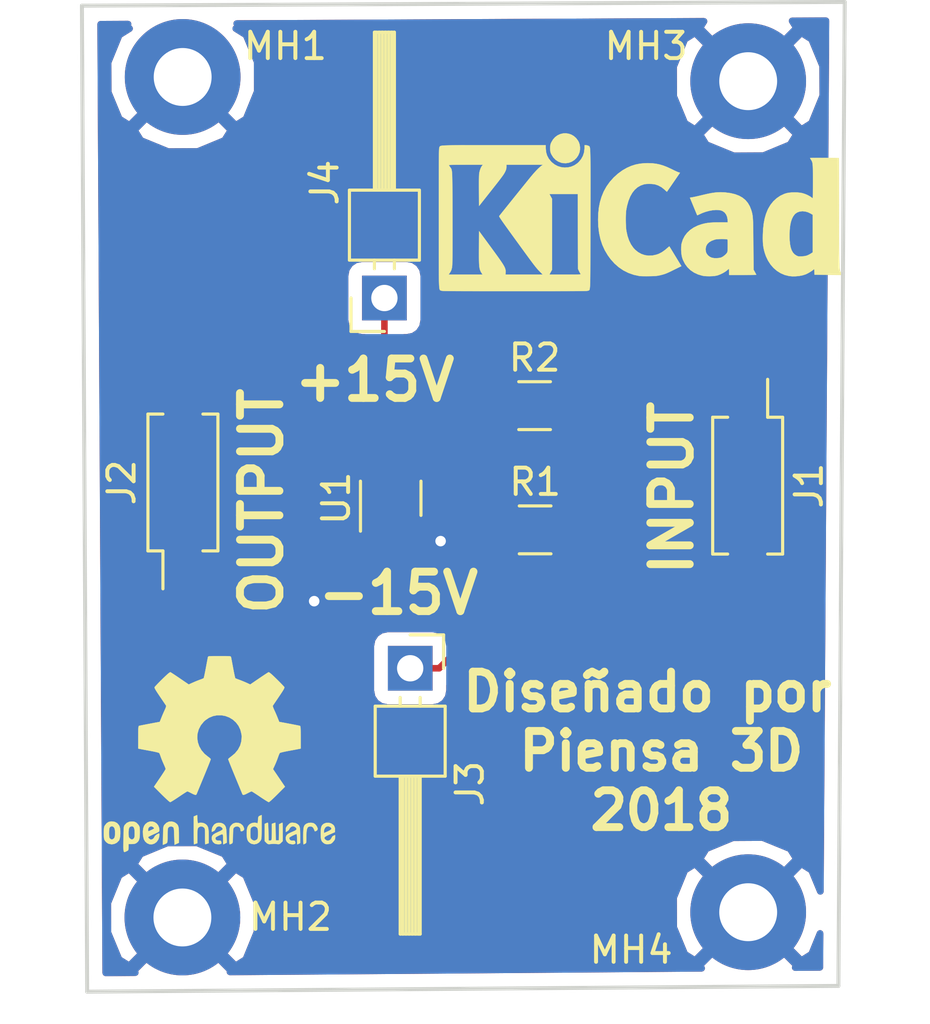
<source format=kicad_pcb>
(kicad_pcb (version 20171130) (host pcbnew 5.0.0-fee4fd1~66~ubuntu16.04.1)

  (general
    (thickness 1.6)
    (drawings 10)
    (tracks 40)
    (zones 0)
    (modules 13)
    (nets 7)
  )

  (page A4)
  (title_block
    (title "Amplificador inversor")
    (date 2018-09-25)
    (rev 1.0)
    (company "Piensa 3D")
  )

  (layers
    (0 F.Cu signal)
    (31 B.Cu signal)
    (32 B.Adhes user)
    (33 F.Adhes user)
    (34 B.Paste user)
    (35 F.Paste user)
    (36 B.SilkS user)
    (37 F.SilkS user)
    (38 B.Mask user)
    (39 F.Mask user)
    (40 Dwgs.User user)
    (41 Cmts.User user)
    (42 Eco1.User user)
    (43 Eco2.User user)
    (44 Edge.Cuts user)
    (45 Margin user)
    (46 B.CrtYd user)
    (47 F.CrtYd user)
    (48 B.Fab user)
    (49 F.Fab user)
  )

  (setup
    (last_trace_width 0.25)
    (trace_clearance 0.2)
    (zone_clearance 0.508)
    (zone_45_only no)
    (trace_min 0.2)
    (segment_width 0.2)
    (edge_width 0.15)
    (via_size 0.8)
    (via_drill 0.4)
    (via_min_size 0.4)
    (via_min_drill 0.3)
    (uvia_size 0.3)
    (uvia_drill 0.1)
    (uvias_allowed no)
    (uvia_min_size 0.2)
    (uvia_min_drill 0.1)
    (pcb_text_width 0.3)
    (pcb_text_size 1.5 1.5)
    (mod_edge_width 0.15)
    (mod_text_size 1 1)
    (mod_text_width 0.15)
    (pad_size 1.524 1.524)
    (pad_drill 0.762)
    (pad_to_mask_clearance 0.2)
    (aux_axis_origin 0 0)
    (visible_elements FFFFFF7F)
    (pcbplotparams
      (layerselection 0x010fc_ffffffff)
      (usegerberextensions false)
      (usegerberattributes false)
      (usegerberadvancedattributes false)
      (creategerberjobfile false)
      (excludeedgelayer true)
      (linewidth 0.100000)
      (plotframeref false)
      (viasonmask false)
      (mode 1)
      (useauxorigin false)
      (hpglpennumber 1)
      (hpglpenspeed 20)
      (hpglpendiameter 15.000000)
      (psnegative false)
      (psa4output false)
      (plotreference true)
      (plotvalue true)
      (plotinvisibletext false)
      (padsonsilk false)
      (subtractmaskfromsilk false)
      (outputformat 1)
      (mirror false)
      (drillshape 1)
      (scaleselection 1)
      (outputdirectory ""))
  )

  (net 0 "")
  (net 1 GND)
  (net 2 "Net-(J1-Pad2)")
  (net 3 "Net-(J2-Pad2)")
  (net 4 "Net-(R1-Pad1)")
  (net 5 -15V)
  (net 6 +15V)

  (net_class Default "Esta es la clase de red por defecto."
    (clearance 0.2)
    (trace_width 0.25)
    (via_dia 0.8)
    (via_drill 0.4)
    (uvia_dia 0.3)
    (uvia_drill 0.1)
    (add_net +15V)
    (add_net -15V)
    (add_net GND)
    (add_net "Net-(J1-Pad2)")
    (add_net "Net-(J2-Pad2)")
    (add_net "Net-(R1-Pad1)")
  )

  (module Connector_PinHeader_2.54mm:PinHeader_2x01_P2.54mm_Vertical_SMD (layer F.Cu) (tedit 59FED5CC) (tstamp 5BB7B0C6)
    (at 138.48 68.01 270)
    (descr "surface-mounted straight pin header, 2x01, 2.54mm pitch, double rows")
    (tags "Surface mounted pin header SMD 2x01 2.54mm double row")
    (path /5BAA9EF8)
    (attr smd)
    (fp_text reference J1 (at 0 -2.33 270) (layer F.SilkS)
      (effects (font (size 1 1) (thickness 0.15)))
    )
    (fp_text value Conn_01x02_Male (at 0 2.33 270) (layer F.Fab)
      (effects (font (size 1 1) (thickness 0.15)))
    )
    (fp_line (start 2.54 1.27) (end -2.54 1.27) (layer F.Fab) (width 0.1))
    (fp_line (start -1.59 -1.27) (end 2.54 -1.27) (layer F.Fab) (width 0.1))
    (fp_line (start -2.54 1.27) (end -2.54 -0.32) (layer F.Fab) (width 0.1))
    (fp_line (start -2.54 -0.32) (end -1.59 -1.27) (layer F.Fab) (width 0.1))
    (fp_line (start 2.54 -1.27) (end 2.54 1.27) (layer F.Fab) (width 0.1))
    (fp_line (start -2.54 -0.32) (end -3.6 -0.32) (layer F.Fab) (width 0.1))
    (fp_line (start -3.6 -0.32) (end -3.6 0.32) (layer F.Fab) (width 0.1))
    (fp_line (start -3.6 0.32) (end -2.54 0.32) (layer F.Fab) (width 0.1))
    (fp_line (start 2.54 -0.32) (end 3.6 -0.32) (layer F.Fab) (width 0.1))
    (fp_line (start 3.6 -0.32) (end 3.6 0.32) (layer F.Fab) (width 0.1))
    (fp_line (start 3.6 0.32) (end 2.54 0.32) (layer F.Fab) (width 0.1))
    (fp_line (start -2.6 -1.33) (end 2.6 -1.33) (layer F.SilkS) (width 0.12))
    (fp_line (start -2.6 1.33) (end 2.6 1.33) (layer F.SilkS) (width 0.12))
    (fp_line (start -4.04 -0.76) (end -2.6 -0.76) (layer F.SilkS) (width 0.12))
    (fp_line (start -2.6 -1.33) (end -2.6 -0.76) (layer F.SilkS) (width 0.12))
    (fp_line (start 2.6 -1.33) (end 2.6 -0.76) (layer F.SilkS) (width 0.12))
    (fp_line (start -2.6 0.76) (end -2.6 1.33) (layer F.SilkS) (width 0.12))
    (fp_line (start 2.6 0.76) (end 2.6 1.33) (layer F.SilkS) (width 0.12))
    (fp_line (start -5.9 -1.8) (end -5.9 1.8) (layer F.CrtYd) (width 0.05))
    (fp_line (start -5.9 1.8) (end 5.9 1.8) (layer F.CrtYd) (width 0.05))
    (fp_line (start 5.9 1.8) (end 5.9 -1.8) (layer F.CrtYd) (width 0.05))
    (fp_line (start 5.9 -1.8) (end -5.9 -1.8) (layer F.CrtYd) (width 0.05))
    (fp_text user %R (at 0 0) (layer F.Fab)
      (effects (font (size 1 1) (thickness 0.15)))
    )
    (pad 1 smd rect (at -2.525 0 270) (size 3.15 1) (layers F.Cu F.Paste F.Mask)
      (net 1 GND))
    (pad 2 smd rect (at 2.525 0 270) (size 3.15 1) (layers F.Cu F.Paste F.Mask)
      (net 2 "Net-(J1-Pad2)"))
    (model ${KISYS3DMOD}/Connector_PinHeader_2.54mm.3dshapes/PinHeader_2x01_P2.54mm_Vertical_SMD.wrl
      (at (xyz 0 0 0))
      (scale (xyz 1 1 1))
      (rotate (xyz 0 0 0))
    )
  )

  (module Connector_PinHeader_2.54mm:PinHeader_2x01_P2.54mm_Vertical_SMD (layer F.Cu) (tedit 59FED5CC) (tstamp 5BB7B0E3)
    (at 117.01 67.89 90)
    (descr "surface-mounted straight pin header, 2x01, 2.54mm pitch, double rows")
    (tags "Surface mounted pin header SMD 2x01 2.54mm double row")
    (path /5BAAA151)
    (attr smd)
    (fp_text reference J2 (at 0 -2.33 90) (layer F.SilkS)
      (effects (font (size 1 1) (thickness 0.15)))
    )
    (fp_text value Conn_01x02_Male (at 0 2.33 90) (layer F.Fab)
      (effects (font (size 1 1) (thickness 0.15)))
    )
    (fp_text user %R (at 0 0 180) (layer F.Fab)
      (effects (font (size 1 1) (thickness 0.15)))
    )
    (fp_line (start 5.9 -1.8) (end -5.9 -1.8) (layer F.CrtYd) (width 0.05))
    (fp_line (start 5.9 1.8) (end 5.9 -1.8) (layer F.CrtYd) (width 0.05))
    (fp_line (start -5.9 1.8) (end 5.9 1.8) (layer F.CrtYd) (width 0.05))
    (fp_line (start -5.9 -1.8) (end -5.9 1.8) (layer F.CrtYd) (width 0.05))
    (fp_line (start 2.6 0.76) (end 2.6 1.33) (layer F.SilkS) (width 0.12))
    (fp_line (start -2.6 0.76) (end -2.6 1.33) (layer F.SilkS) (width 0.12))
    (fp_line (start 2.6 -1.33) (end 2.6 -0.76) (layer F.SilkS) (width 0.12))
    (fp_line (start -2.6 -1.33) (end -2.6 -0.76) (layer F.SilkS) (width 0.12))
    (fp_line (start -4.04 -0.76) (end -2.6 -0.76) (layer F.SilkS) (width 0.12))
    (fp_line (start -2.6 1.33) (end 2.6 1.33) (layer F.SilkS) (width 0.12))
    (fp_line (start -2.6 -1.33) (end 2.6 -1.33) (layer F.SilkS) (width 0.12))
    (fp_line (start 3.6 0.32) (end 2.54 0.32) (layer F.Fab) (width 0.1))
    (fp_line (start 3.6 -0.32) (end 3.6 0.32) (layer F.Fab) (width 0.1))
    (fp_line (start 2.54 -0.32) (end 3.6 -0.32) (layer F.Fab) (width 0.1))
    (fp_line (start -3.6 0.32) (end -2.54 0.32) (layer F.Fab) (width 0.1))
    (fp_line (start -3.6 -0.32) (end -3.6 0.32) (layer F.Fab) (width 0.1))
    (fp_line (start -2.54 -0.32) (end -3.6 -0.32) (layer F.Fab) (width 0.1))
    (fp_line (start 2.54 -1.27) (end 2.54 1.27) (layer F.Fab) (width 0.1))
    (fp_line (start -2.54 -0.32) (end -1.59 -1.27) (layer F.Fab) (width 0.1))
    (fp_line (start -2.54 1.27) (end -2.54 -0.32) (layer F.Fab) (width 0.1))
    (fp_line (start -1.59 -1.27) (end 2.54 -1.27) (layer F.Fab) (width 0.1))
    (fp_line (start 2.54 1.27) (end -2.54 1.27) (layer F.Fab) (width 0.1))
    (pad 2 smd rect (at 2.525 0 90) (size 3.15 1) (layers F.Cu F.Paste F.Mask)
      (net 3 "Net-(J2-Pad2)"))
    (pad 1 smd rect (at -2.525 0 90) (size 3.15 1) (layers F.Cu F.Paste F.Mask)
      (net 1 GND))
    (model ${KISYS3DMOD}/Connector_PinHeader_2.54mm.3dshapes/PinHeader_2x01_P2.54mm_Vertical_SMD.wrl
      (at (xyz 0 0 0))
      (scale (xyz 1 1 1))
      (rotate (xyz 0 0 0))
    )
  )

  (module MountingHole:MountingHole_2.2mm_M2_Pad (layer F.Cu) (tedit 56D1B4CB) (tstamp 5BB7B0EB)
    (at 117 52.48)
    (descr "Mounting Hole 2.2mm, M2")
    (tags "mounting hole 2.2mm m2")
    (path /5BAAB601)
    (attr virtual)
    (fp_text reference MH1 (at 3.904 -1.172) (layer F.SilkS)
      (effects (font (size 1 1) (thickness 0.15)))
    )
    (fp_text value MountingHole_Pad (at 0 3.2) (layer F.Fab)
      (effects (font (size 1 1) (thickness 0.15)))
    )
    (fp_text user %R (at 0.3 0) (layer F.Fab)
      (effects (font (size 1 1) (thickness 0.15)))
    )
    (fp_circle (center 0 0) (end 2.2 0) (layer Cmts.User) (width 0.15))
    (fp_circle (center 0 0) (end 2.45 0) (layer F.CrtYd) (width 0.05))
    (pad 1 thru_hole circle (at 0 0) (size 4.4 4.4) (drill 2.2) (layers *.Cu *.Mask)
      (net 1 GND))
  )

  (module MountingHole:MountingHole_2.2mm_M2_Pad (layer F.Cu) (tedit 56D1B4CB) (tstamp 5BB7B0F3)
    (at 116.99 84.42)
    (descr "Mounting Hole 2.2mm, M2")
    (tags "mounting hole 2.2mm m2")
    (path /5BAAB72F)
    (attr virtual)
    (fp_text reference MH2 (at 4.11 -0.02) (layer F.SilkS)
      (effects (font (size 1 1) (thickness 0.15)))
    )
    (fp_text value MountingHole_Pad (at 0 3.2) (layer F.Fab)
      (effects (font (size 1 1) (thickness 0.15)))
    )
    (fp_circle (center 0 0) (end 2.45 0) (layer F.CrtYd) (width 0.05))
    (fp_circle (center 0 0) (end 2.2 0) (layer Cmts.User) (width 0.15))
    (fp_text user %R (at 0.3 0) (layer F.Fab)
      (effects (font (size 1 1) (thickness 0.15)))
    )
    (pad 1 thru_hole circle (at 0 0) (size 4.4 4.4) (drill 2.2) (layers *.Cu *.Mask)
      (net 1 GND))
  )

  (module MountingHole:MountingHole_2.2mm_M2_Pad (layer F.Cu) (tedit 56D1B4CB) (tstamp 5BB7B0FB)
    (at 138.5 52.64)
    (descr "Mounting Hole 2.2mm, M2")
    (tags "mounting hole 2.2mm m2")
    (path /5BAAB7DB)
    (attr virtual)
    (fp_text reference MH3 (at -3.88 -1.332) (layer F.SilkS)
      (effects (font (size 1 1) (thickness 0.15)))
    )
    (fp_text value MountingHole_Pad (at 0 3.2) (layer F.Fab)
      (effects (font (size 1 1) (thickness 0.15)))
    )
    (fp_text user %R (at 0.3 0) (layer F.Fab)
      (effects (font (size 1 1) (thickness 0.15)))
    )
    (fp_circle (center 0 0) (end 2.2 0) (layer Cmts.User) (width 0.15))
    (fp_circle (center 0 0) (end 2.45 0) (layer F.CrtYd) (width 0.05))
    (pad 1 thru_hole circle (at 0 0) (size 4.4 4.4) (drill 2.2) (layers *.Cu *.Mask)
      (net 1 GND))
  )

  (module MountingHole:MountingHole_2.2mm_M2_Pad (layer F.Cu) (tedit 56D1B4CB) (tstamp 5BB7B103)
    (at 138.5 84.22)
    (descr "Mounting Hole 2.2mm, M2")
    (tags "mounting hole 2.2mm m2")
    (path /5BAAB865)
    (attr virtual)
    (fp_text reference MH4 (at -4.45 1.43) (layer F.SilkS)
      (effects (font (size 1 1) (thickness 0.15)))
    )
    (fp_text value MountingHole_Pad (at 0 3.2) (layer F.Fab)
      (effects (font (size 1 1) (thickness 0.15)))
    )
    (fp_circle (center 0 0) (end 2.45 0) (layer F.CrtYd) (width 0.05))
    (fp_circle (center 0 0) (end 2.2 0) (layer Cmts.User) (width 0.15))
    (fp_text user %R (at 0.3 0) (layer F.Fab)
      (effects (font (size 1 1) (thickness 0.15)))
    )
    (pad 1 thru_hole circle (at 0 0) (size 4.4 4.4) (drill 2.2) (layers *.Cu *.Mask)
      (net 1 GND))
  )

  (module Resistor_SMD:R_1206_3216Metric (layer F.Cu) (tedit 5B301BBD) (tstamp 5BB7B114)
    (at 130.4 69.69)
    (descr "Resistor SMD 1206 (3216 Metric), square (rectangular) end terminal, IPC_7351 nominal, (Body size source: http://www.tortai-tech.com/upload/download/2011102023233369053.pdf), generated with kicad-footprint-generator")
    (tags resistor)
    (path /5BAA9BDA)
    (attr smd)
    (fp_text reference R1 (at 0 -1.82) (layer F.SilkS)
      (effects (font (size 1 1) (thickness 0.15)))
    )
    (fp_text value 1k (at 0 1.82) (layer F.Fab)
      (effects (font (size 1 1) (thickness 0.15)))
    )
    (fp_text user %R (at 0 0) (layer F.Fab)
      (effects (font (size 0.8 0.8) (thickness 0.12)))
    )
    (fp_line (start 2.28 1.12) (end -2.28 1.12) (layer F.CrtYd) (width 0.05))
    (fp_line (start 2.28 -1.12) (end 2.28 1.12) (layer F.CrtYd) (width 0.05))
    (fp_line (start -2.28 -1.12) (end 2.28 -1.12) (layer F.CrtYd) (width 0.05))
    (fp_line (start -2.28 1.12) (end -2.28 -1.12) (layer F.CrtYd) (width 0.05))
    (fp_line (start -0.602064 0.91) (end 0.602064 0.91) (layer F.SilkS) (width 0.12))
    (fp_line (start -0.602064 -0.91) (end 0.602064 -0.91) (layer F.SilkS) (width 0.12))
    (fp_line (start 1.6 0.8) (end -1.6 0.8) (layer F.Fab) (width 0.1))
    (fp_line (start 1.6 -0.8) (end 1.6 0.8) (layer F.Fab) (width 0.1))
    (fp_line (start -1.6 -0.8) (end 1.6 -0.8) (layer F.Fab) (width 0.1))
    (fp_line (start -1.6 0.8) (end -1.6 -0.8) (layer F.Fab) (width 0.1))
    (pad 2 smd roundrect (at 1.4 0) (size 1.25 1.75) (layers F.Cu F.Paste F.Mask) (roundrect_rratio 0.2)
      (net 2 "Net-(J1-Pad2)"))
    (pad 1 smd roundrect (at -1.4 0) (size 1.25 1.75) (layers F.Cu F.Paste F.Mask) (roundrect_rratio 0.2)
      (net 4 "Net-(R1-Pad1)"))
    (model ${KISYS3DMOD}/Resistor_SMD.3dshapes/R_1206_3216Metric.wrl
      (at (xyz 0 0 0))
      (scale (xyz 1 1 1))
      (rotate (xyz 0 0 0))
    )
  )

  (module Resistor_SMD:R_1206_3216Metric (layer F.Cu) (tedit 5B301BBD) (tstamp 5BB7B125)
    (at 130.38 64.97)
    (descr "Resistor SMD 1206 (3216 Metric), square (rectangular) end terminal, IPC_7351 nominal, (Body size source: http://www.tortai-tech.com/upload/download/2011102023233369053.pdf), generated with kicad-footprint-generator")
    (tags resistor)
    (path /5BAA99DE)
    (attr smd)
    (fp_text reference R2 (at 0 -1.82) (layer F.SilkS)
      (effects (font (size 1 1) (thickness 0.15)))
    )
    (fp_text value 4k (at 0 1.82) (layer F.Fab)
      (effects (font (size 1 1) (thickness 0.15)))
    )
    (fp_line (start -1.6 0.8) (end -1.6 -0.8) (layer F.Fab) (width 0.1))
    (fp_line (start -1.6 -0.8) (end 1.6 -0.8) (layer F.Fab) (width 0.1))
    (fp_line (start 1.6 -0.8) (end 1.6 0.8) (layer F.Fab) (width 0.1))
    (fp_line (start 1.6 0.8) (end -1.6 0.8) (layer F.Fab) (width 0.1))
    (fp_line (start -0.602064 -0.91) (end 0.602064 -0.91) (layer F.SilkS) (width 0.12))
    (fp_line (start -0.602064 0.91) (end 0.602064 0.91) (layer F.SilkS) (width 0.12))
    (fp_line (start -2.28 1.12) (end -2.28 -1.12) (layer F.CrtYd) (width 0.05))
    (fp_line (start -2.28 -1.12) (end 2.28 -1.12) (layer F.CrtYd) (width 0.05))
    (fp_line (start 2.28 -1.12) (end 2.28 1.12) (layer F.CrtYd) (width 0.05))
    (fp_line (start 2.28 1.12) (end -2.28 1.12) (layer F.CrtYd) (width 0.05))
    (fp_text user %R (at 0 0) (layer F.Fab)
      (effects (font (size 0.8 0.8) (thickness 0.12)))
    )
    (pad 1 smd roundrect (at -1.4 0) (size 1.25 1.75) (layers F.Cu F.Paste F.Mask) (roundrect_rratio 0.2)
      (net 3 "Net-(J2-Pad2)"))
    (pad 2 smd roundrect (at 1.4 0) (size 1.25 1.75) (layers F.Cu F.Paste F.Mask) (roundrect_rratio 0.2)
      (net 4 "Net-(R1-Pad1)"))
    (model ${KISYS3DMOD}/Resistor_SMD.3dshapes/R_1206_3216Metric.wrl
      (at (xyz 0 0 0))
      (scale (xyz 1 1 1))
      (rotate (xyz 0 0 0))
    )
  )

  (module Package_DFN_QFN:DFN-8_2x2mm_P0.5mm (layer F.Cu) (tedit 5A0AA2C0) (tstamp 5BB7B13D)
    (at 124.91 68.49 90)
    (descr "DFN8 2x2, 0.5P; No exposed pad - Ref http://pdfserv.maximintegrated.com/land_patterns/90-0349.PDF")
    (tags "DFN 0.5")
    (path /5BAA95CC)
    (attr smd)
    (fp_text reference U1 (at 0 -2.075 90) (layer F.SilkS)
      (effects (font (size 1 1) (thickness 0.15)))
    )
    (fp_text value LM741 (at 0 2.075 90) (layer F.Fab)
      (effects (font (size 1 1) (thickness 0.15)))
    )
    (fp_text user %R (at 0 0 90) (layer F.Fab)
      (effects (font (size 0.5 0.5) (thickness 0.075)))
    )
    (fp_line (start -0.5 -1) (end 1 -1) (layer F.Fab) (width 0.1))
    (fp_line (start 1 -1) (end 1 1) (layer F.Fab) (width 0.1))
    (fp_line (start 1 1) (end -1 1) (layer F.Fab) (width 0.1))
    (fp_line (start -1 1) (end -1 -0.5) (layer F.Fab) (width 0.1))
    (fp_line (start -1 -0.5) (end -0.5 -1) (layer F.Fab) (width 0.1))
    (fp_line (start -1.65 -1.35) (end -1.65 1.35) (layer F.CrtYd) (width 0.05))
    (fp_line (start 1.65 -1.35) (end 1.65 1.35) (layer F.CrtYd) (width 0.05))
    (fp_line (start -1.65 -1.35) (end 1.65 -1.35) (layer F.CrtYd) (width 0.05))
    (fp_line (start -1.65 1.35) (end 1.65 1.35) (layer F.CrtYd) (width 0.05))
    (fp_line (start -0.65 1.15) (end 0.65 1.15) (layer F.SilkS) (width 0.12))
    (fp_line (start -1.25 -1.15) (end 0.65 -1.15) (layer F.SilkS) (width 0.12))
    (pad 1 smd rect (at -0.95 -0.75 90) (size 0.85 0.3) (layers F.Cu F.Paste F.Mask))
    (pad 2 smd rect (at -0.95 -0.25 90) (size 0.85 0.3) (layers F.Cu F.Paste F.Mask)
      (net 4 "Net-(R1-Pad1)"))
    (pad 3 smd rect (at -0.95 0.25 90) (size 0.85 0.3) (layers F.Cu F.Paste F.Mask)
      (net 1 GND))
    (pad 4 smd rect (at -0.95 0.75 90) (size 0.85 0.3) (layers F.Cu F.Paste F.Mask)
      (net 5 -15V))
    (pad 5 smd rect (at 0.95 0.75 90) (size 0.85 0.3) (layers F.Cu F.Paste F.Mask))
    (pad 6 smd rect (at 0.95 0.25 90) (size 0.85 0.3) (layers F.Cu F.Paste F.Mask)
      (net 3 "Net-(J2-Pad2)"))
    (pad 7 smd rect (at 0.95 -0.25 90) (size 0.85 0.3) (layers F.Cu F.Paste F.Mask)
      (net 6 +15V))
    (pad 8 smd rect (at 0.95 -0.75 90) (size 0.85 0.3) (layers F.Cu F.Paste F.Mask))
    (model ${KISYS3DMOD}/Package_DFN_QFN.3dshapes/DFN-8_2x2mm_P0.5mm.wrl
      (at (xyz 0 0 0))
      (scale (xyz 1 1 1))
      (rotate (xyz 0 0 0))
    )
  )

  (module Connector_PinHeader_2.54mm:PinHeader_1x01_P2.54mm_Horizontal (layer F.Cu) (tedit 59FED5CB) (tstamp 5BB7B549)
    (at 125.65 74.95 270)
    (descr "Through hole angled pin header, 1x01, 2.54mm pitch, 6mm pin length, single row")
    (tags "Through hole angled pin header THT 1x01 2.54mm single row")
    (path /5BAACAD2)
    (fp_text reference J3 (at 4.385 -2.27 270) (layer F.SilkS)
      (effects (font (size 1 1) (thickness 0.15)))
    )
    (fp_text value Conn_01x01_Male (at 4.385 2.27 270) (layer F.Fab)
      (effects (font (size 1 1) (thickness 0.15)))
    )
    (fp_text user %R (at 2.77 0) (layer F.Fab)
      (effects (font (size 1 1) (thickness 0.15)))
    )
    (fp_line (start 10.55 -1.8) (end -1.8 -1.8) (layer F.CrtYd) (width 0.05))
    (fp_line (start 10.55 1.8) (end 10.55 -1.8) (layer F.CrtYd) (width 0.05))
    (fp_line (start -1.8 1.8) (end 10.55 1.8) (layer F.CrtYd) (width 0.05))
    (fp_line (start -1.8 -1.8) (end -1.8 1.8) (layer F.CrtYd) (width 0.05))
    (fp_line (start -1.27 -1.27) (end 0 -1.27) (layer F.SilkS) (width 0.12))
    (fp_line (start -1.27 0) (end -1.27 -1.27) (layer F.SilkS) (width 0.12))
    (fp_line (start 1.11 0.38) (end 1.44 0.38) (layer F.SilkS) (width 0.12))
    (fp_line (start 1.11 -0.38) (end 1.44 -0.38) (layer F.SilkS) (width 0.12))
    (fp_line (start 4.1 0.28) (end 10.1 0.28) (layer F.SilkS) (width 0.12))
    (fp_line (start 4.1 0.16) (end 10.1 0.16) (layer F.SilkS) (width 0.12))
    (fp_line (start 4.1 0.04) (end 10.1 0.04) (layer F.SilkS) (width 0.12))
    (fp_line (start 4.1 -0.08) (end 10.1 -0.08) (layer F.SilkS) (width 0.12))
    (fp_line (start 4.1 -0.2) (end 10.1 -0.2) (layer F.SilkS) (width 0.12))
    (fp_line (start 4.1 -0.32) (end 10.1 -0.32) (layer F.SilkS) (width 0.12))
    (fp_line (start 10.1 0.38) (end 4.1 0.38) (layer F.SilkS) (width 0.12))
    (fp_line (start 10.1 -0.38) (end 10.1 0.38) (layer F.SilkS) (width 0.12))
    (fp_line (start 4.1 -0.38) (end 10.1 -0.38) (layer F.SilkS) (width 0.12))
    (fp_line (start 4.1 -1.33) (end 1.44 -1.33) (layer F.SilkS) (width 0.12))
    (fp_line (start 4.1 1.33) (end 4.1 -1.33) (layer F.SilkS) (width 0.12))
    (fp_line (start 1.44 1.33) (end 4.1 1.33) (layer F.SilkS) (width 0.12))
    (fp_line (start 1.44 -1.33) (end 1.44 1.33) (layer F.SilkS) (width 0.12))
    (fp_line (start 4.04 0.32) (end 10.04 0.32) (layer F.Fab) (width 0.1))
    (fp_line (start 10.04 -0.32) (end 10.04 0.32) (layer F.Fab) (width 0.1))
    (fp_line (start 4.04 -0.32) (end 10.04 -0.32) (layer F.Fab) (width 0.1))
    (fp_line (start -0.32 0.32) (end 1.5 0.32) (layer F.Fab) (width 0.1))
    (fp_line (start -0.32 -0.32) (end -0.32 0.32) (layer F.Fab) (width 0.1))
    (fp_line (start -0.32 -0.32) (end 1.5 -0.32) (layer F.Fab) (width 0.1))
    (fp_line (start 1.5 -0.635) (end 2.135 -1.27) (layer F.Fab) (width 0.1))
    (fp_line (start 1.5 1.27) (end 1.5 -0.635) (layer F.Fab) (width 0.1))
    (fp_line (start 4.04 1.27) (end 1.5 1.27) (layer F.Fab) (width 0.1))
    (fp_line (start 4.04 -1.27) (end 4.04 1.27) (layer F.Fab) (width 0.1))
    (fp_line (start 2.135 -1.27) (end 4.04 -1.27) (layer F.Fab) (width 0.1))
    (pad 1 thru_hole rect (at 0 0 270) (size 1.7 1.7) (drill 1) (layers *.Cu *.Mask)
      (net 5 -15V))
    (model ${KISYS3DMOD}/Connector_PinHeader_2.54mm.3dshapes/PinHeader_1x01_P2.54mm_Horizontal.wrl
      (at (xyz 0 0 0))
      (scale (xyz 1 1 1))
      (rotate (xyz 0 0 0))
    )
  )

  (module Connector_PinHeader_2.54mm:PinHeader_1x01_P2.54mm_Horizontal (layer F.Cu) (tedit 59FED5CB) (tstamp 5BB7B56F)
    (at 124.67 60.88 90)
    (descr "Through hole angled pin header, 1x01, 2.54mm pitch, 6mm pin length, single row")
    (tags "Through hole angled pin header THT 1x01 2.54mm single row")
    (path /5BAAC664)
    (fp_text reference J4 (at 4.385 -2.27 90) (layer F.SilkS)
      (effects (font (size 1 1) (thickness 0.15)))
    )
    (fp_text value Conn_01x01_Male (at 4.385 2.27 90) (layer F.Fab)
      (effects (font (size 1 1) (thickness 0.15)))
    )
    (fp_line (start 2.135 -1.27) (end 4.04 -1.27) (layer F.Fab) (width 0.1))
    (fp_line (start 4.04 -1.27) (end 4.04 1.27) (layer F.Fab) (width 0.1))
    (fp_line (start 4.04 1.27) (end 1.5 1.27) (layer F.Fab) (width 0.1))
    (fp_line (start 1.5 1.27) (end 1.5 -0.635) (layer F.Fab) (width 0.1))
    (fp_line (start 1.5 -0.635) (end 2.135 -1.27) (layer F.Fab) (width 0.1))
    (fp_line (start -0.32 -0.32) (end 1.5 -0.32) (layer F.Fab) (width 0.1))
    (fp_line (start -0.32 -0.32) (end -0.32 0.32) (layer F.Fab) (width 0.1))
    (fp_line (start -0.32 0.32) (end 1.5 0.32) (layer F.Fab) (width 0.1))
    (fp_line (start 4.04 -0.32) (end 10.04 -0.32) (layer F.Fab) (width 0.1))
    (fp_line (start 10.04 -0.32) (end 10.04 0.32) (layer F.Fab) (width 0.1))
    (fp_line (start 4.04 0.32) (end 10.04 0.32) (layer F.Fab) (width 0.1))
    (fp_line (start 1.44 -1.33) (end 1.44 1.33) (layer F.SilkS) (width 0.12))
    (fp_line (start 1.44 1.33) (end 4.1 1.33) (layer F.SilkS) (width 0.12))
    (fp_line (start 4.1 1.33) (end 4.1 -1.33) (layer F.SilkS) (width 0.12))
    (fp_line (start 4.1 -1.33) (end 1.44 -1.33) (layer F.SilkS) (width 0.12))
    (fp_line (start 4.1 -0.38) (end 10.1 -0.38) (layer F.SilkS) (width 0.12))
    (fp_line (start 10.1 -0.38) (end 10.1 0.38) (layer F.SilkS) (width 0.12))
    (fp_line (start 10.1 0.38) (end 4.1 0.38) (layer F.SilkS) (width 0.12))
    (fp_line (start 4.1 -0.32) (end 10.1 -0.32) (layer F.SilkS) (width 0.12))
    (fp_line (start 4.1 -0.2) (end 10.1 -0.2) (layer F.SilkS) (width 0.12))
    (fp_line (start 4.1 -0.08) (end 10.1 -0.08) (layer F.SilkS) (width 0.12))
    (fp_line (start 4.1 0.04) (end 10.1 0.04) (layer F.SilkS) (width 0.12))
    (fp_line (start 4.1 0.16) (end 10.1 0.16) (layer F.SilkS) (width 0.12))
    (fp_line (start 4.1 0.28) (end 10.1 0.28) (layer F.SilkS) (width 0.12))
    (fp_line (start 1.11 -0.38) (end 1.44 -0.38) (layer F.SilkS) (width 0.12))
    (fp_line (start 1.11 0.38) (end 1.44 0.38) (layer F.SilkS) (width 0.12))
    (fp_line (start -1.27 0) (end -1.27 -1.27) (layer F.SilkS) (width 0.12))
    (fp_line (start -1.27 -1.27) (end 0 -1.27) (layer F.SilkS) (width 0.12))
    (fp_line (start -1.8 -1.8) (end -1.8 1.8) (layer F.CrtYd) (width 0.05))
    (fp_line (start -1.8 1.8) (end 10.55 1.8) (layer F.CrtYd) (width 0.05))
    (fp_line (start 10.55 1.8) (end 10.55 -1.8) (layer F.CrtYd) (width 0.05))
    (fp_line (start 10.55 -1.8) (end -1.8 -1.8) (layer F.CrtYd) (width 0.05))
    (fp_text user %R (at 2.77 0 180) (layer F.Fab)
      (effects (font (size 1 1) (thickness 0.15)))
    )
    (pad 1 thru_hole rect (at 0 0 90) (size 1.7 1.7) (drill 1) (layers *.Cu *.Mask)
      (net 6 +15V))
    (model ${KISYS3DMOD}/Connector_PinHeader_2.54mm.3dshapes/PinHeader_1x01_P2.54mm_Horizontal.wrl
      (at (xyz 0 0 0))
      (scale (xyz 1 1 1))
      (rotate (xyz 0 0 0))
    )
  )

  (module Symbol:KiCad-Logo_6mm_SilkScreen (layer F.Cu) (tedit 0) (tstamp 5BC2E71D)
    (at 134.4 57.6)
    (descr "KiCad Logo")
    (tags "Logo KiCad")
    (attr virtual)
    (fp_text reference REF** (at 0 0) (layer F.SilkS) hide
      (effects (font (size 1 1) (thickness 0.15)))
    )
    (fp_text value KiCad-Logo_6mm_SilkScreen (at 0.75 0) (layer F.Fab) hide
      (effects (font (size 1 1) (thickness 0.15)))
    )
    (fp_poly (pts (xy -2.726079 -2.96351) (xy -2.622973 -2.927762) (xy -2.526978 -2.871493) (xy -2.441247 -2.794712)
      (xy -2.36893 -2.697427) (xy -2.336445 -2.636108) (xy -2.308332 -2.55034) (xy -2.294705 -2.451323)
      (xy -2.296214 -2.349529) (xy -2.312969 -2.257286) (xy -2.358763 -2.144568) (xy -2.425168 -2.046793)
      (xy -2.508809 -1.965885) (xy -2.606312 -1.903768) (xy -2.7143 -1.862366) (xy -2.829399 -1.843603)
      (xy -2.948234 -1.849402) (xy -3.006811 -1.861794) (xy -3.120972 -1.906203) (xy -3.222365 -1.973967)
      (xy -3.308545 -2.062999) (xy -3.377066 -2.171209) (xy -3.382864 -2.183027) (xy -3.402904 -2.227372)
      (xy -3.415487 -2.26472) (xy -3.422319 -2.30412) (xy -3.425105 -2.354619) (xy -3.425568 -2.409567)
      (xy -3.424803 -2.475585) (xy -3.421352 -2.523311) (xy -3.413477 -2.561897) (xy -3.399443 -2.600494)
      (xy -3.38212 -2.638574) (xy -3.317505 -2.746672) (xy -3.237934 -2.834197) (xy -3.14656 -2.901159)
      (xy -3.046536 -2.947564) (xy -2.941012 -2.973419) (xy -2.833142 -2.978732) (xy -2.726079 -2.96351)) (layer F.SilkS) (width 0.01))
    (fp_poly (pts (xy 6.84227 -2.043175) (xy 6.959041 -2.042696) (xy 6.998729 -2.042455) (xy 7.544486 -2.038865)
      (xy 7.551351 0.054919) (xy 7.552258 0.338842) (xy 7.553062 0.59664) (xy 7.553815 0.829646)
      (xy 7.554569 1.039194) (xy 7.555375 1.226618) (xy 7.556285 1.39325) (xy 7.557351 1.540425)
      (xy 7.558624 1.669477) (xy 7.560156 1.781739) (xy 7.561998 1.878544) (xy 7.564203 1.961226)
      (xy 7.566822 2.031119) (xy 7.569906 2.089557) (xy 7.573508 2.137872) (xy 7.577678 2.1774)
      (xy 7.582469 2.209473) (xy 7.587931 2.235424) (xy 7.594118 2.256589) (xy 7.60108 2.274299)
      (xy 7.608869 2.289889) (xy 7.617537 2.304693) (xy 7.627135 2.320044) (xy 7.637715 2.337276)
      (xy 7.639884 2.340946) (xy 7.676268 2.403031) (xy 7.150431 2.399434) (xy 6.624594 2.395838)
      (xy 6.617729 2.280331) (xy 6.613992 2.224899) (xy 6.610097 2.192851) (xy 6.604811 2.180135)
      (xy 6.596903 2.182696) (xy 6.59027 2.190024) (xy 6.561374 2.216714) (xy 6.514279 2.251021)
      (xy 6.45562 2.288846) (xy 6.392031 2.32609) (xy 6.330149 2.358653) (xy 6.282634 2.380077)
      (xy 6.171316 2.415283) (xy 6.043596 2.440222) (xy 5.908901 2.453941) (xy 5.776663 2.455486)
      (xy 5.656308 2.443906) (xy 5.654326 2.443574) (xy 5.489641 2.40225) (xy 5.335479 2.336412)
      (xy 5.193328 2.247474) (xy 5.064675 2.136852) (xy 4.951007 2.005961) (xy 4.85381 1.856216)
      (xy 4.774572 1.689033) (xy 4.73143 1.56519) (xy 4.702979 1.461581) (xy 4.68188 1.361252)
      (xy 4.667488 1.258109) (xy 4.659158 1.146057) (xy 4.656245 1.019001) (xy 4.657535 0.915252)
      (xy 5.67065 0.915252) (xy 5.675444 1.089222) (xy 5.690568 1.238895) (xy 5.716485 1.365597)
      (xy 5.753663 1.470658) (xy 5.802565 1.555406) (xy 5.863658 1.621169) (xy 5.934177 1.667659)
      (xy 5.970871 1.685014) (xy 6.002696 1.695419) (xy 6.038177 1.700179) (xy 6.085841 1.700601)
      (xy 6.137189 1.698748) (xy 6.238169 1.689841) (xy 6.318035 1.672398) (xy 6.343135 1.663661)
      (xy 6.400448 1.637857) (xy 6.460897 1.605453) (xy 6.487297 1.589233) (xy 6.555946 1.544205)
      (xy 6.555946 0.116982) (xy 6.480432 0.071718) (xy 6.375121 0.020572) (xy 6.267525 -0.009676)
      (xy 6.161581 -0.019205) (xy 6.061224 -0.008193) (xy 5.970387 0.023181) (xy 5.893007 0.07474)
      (xy 5.868039 0.099488) (xy 5.807856 0.180577) (xy 5.759145 0.278734) (xy 5.721499 0.395643)
      (xy 5.694512 0.532985) (xy 5.677775 0.692444) (xy 5.670883 0.8757) (xy 5.67065 0.915252)
      (xy 4.657535 0.915252) (xy 4.658073 0.872067) (xy 4.669647 0.646053) (xy 4.69292 0.442192)
      (xy 4.728504 0.257513) (xy 4.777013 0.089048) (xy 4.83906 -0.066174) (xy 4.861201 -0.112192)
      (xy 4.950385 -0.262261) (xy 5.058159 -0.395623) (xy 5.18199 -0.510123) (xy 5.319342 -0.603611)
      (xy 5.467683 -0.673932) (xy 5.556604 -0.70294) (xy 5.643933 -0.72016) (xy 5.749011 -0.730406)
      (xy 5.863029 -0.733682) (xy 5.977177 -0.729991) (xy 6.082648 -0.71934) (xy 6.167334 -0.70263)
      (xy 6.268128 -0.66986) (xy 6.365822 -0.627721) (xy 6.451296 -0.580481) (xy 6.496789 -0.548419)
      (xy 6.528169 -0.524578) (xy 6.550142 -0.510061) (xy 6.555141 -0.508) (xy 6.55669 -0.521282)
      (xy 6.558135 -0.559337) (xy 6.559443 -0.619481) (xy 6.560583 -0.699027) (xy 6.561521 -0.795289)
      (xy 6.562226 -0.905581) (xy 6.562667 -1.027219) (xy 6.562811 -1.151115) (xy 6.56273 -1.309804)
      (xy 6.562335 -1.443592) (xy 6.561395 -1.55504) (xy 6.55968 -1.646705) (xy 6.556957 -1.721147)
      (xy 6.552997 -1.780925) (xy 6.547569 -1.828598) (xy 6.540441 -1.866726) (xy 6.531384 -1.897866)
      (xy 6.520167 -1.924579) (xy 6.506558 -1.949423) (xy 6.490328 -1.974957) (xy 6.48824 -1.978119)
      (xy 6.467306 -2.01119) (xy 6.454667 -2.033931) (xy 6.452973 -2.038728) (xy 6.466216 -2.040241)
      (xy 6.504002 -2.041472) (xy 6.563416 -2.042401) (xy 6.641542 -2.043008) (xy 6.735465 -2.043273)
      (xy 6.84227 -2.043175)) (layer F.SilkS) (width 0.01))
    (fp_poly (pts (xy 3.167505 -0.735771) (xy 3.235531 -0.730622) (xy 3.430163 -0.704727) (xy 3.602529 -0.663425)
      (xy 3.75347 -0.606147) (xy 3.883825 -0.532326) (xy 3.994434 -0.441392) (xy 4.086135 -0.332778)
      (xy 4.15977 -0.205915) (xy 4.213539 -0.068648) (xy 4.227187 -0.024863) (xy 4.239073 0.016141)
      (xy 4.249334 0.056569) (xy 4.258113 0.09863) (xy 4.265548 0.144531) (xy 4.27178 0.19648)
      (xy 4.27695 0.256685) (xy 4.281196 0.327352) (xy 4.28466 0.410689) (xy 4.287481 0.508905)
      (xy 4.2898 0.624205) (xy 4.291757 0.758799) (xy 4.293491 0.914893) (xy 4.295143 1.094695)
      (xy 4.296324 1.235676) (xy 4.30427 2.203622) (xy 4.355756 2.29677) (xy 4.380137 2.341645)
      (xy 4.39828 2.376501) (xy 4.406935 2.395054) (xy 4.407243 2.396311) (xy 4.394014 2.397749)
      (xy 4.356326 2.399074) (xy 4.297183 2.400249) (xy 4.219586 2.401237) (xy 4.126536 2.401999)
      (xy 4.021035 2.4025) (xy 3.906084 2.402701) (xy 3.892378 2.402703) (xy 3.377513 2.402703)
      (xy 3.377513 2.286) (xy 3.376635 2.23326) (xy 3.374292 2.192926) (xy 3.370921 2.1713)
      (xy 3.369431 2.169298) (xy 3.355804 2.177683) (xy 3.327757 2.199692) (xy 3.291303 2.230601)
      (xy 3.290485 2.231316) (xy 3.223962 2.280843) (xy 3.139948 2.330575) (xy 3.047937 2.375626)
      (xy 2.957421 2.41111) (xy 2.917567 2.423236) (xy 2.838255 2.438637) (xy 2.740935 2.448465)
      (xy 2.634516 2.45258) (xy 2.527907 2.450841) (xy 2.430017 2.443108) (xy 2.361513 2.431981)
      (xy 2.19352 2.382648) (xy 2.042281 2.312342) (xy 1.908782 2.221933) (xy 1.794006 2.112295)
      (xy 1.698937 1.984299) (xy 1.62456 1.838818) (xy 1.592474 1.750541) (xy 1.572365 1.664739)
      (xy 1.559038 1.561736) (xy 1.552872 1.451034) (xy 1.553074 1.434925) (xy 2.481648 1.434925)
      (xy 2.489348 1.517184) (xy 2.514989 1.585546) (xy 2.562378 1.64897) (xy 2.580579 1.667567)
      (xy 2.645282 1.717846) (xy 2.720066 1.750056) (xy 2.809662 1.765648) (xy 2.904012 1.766796)
      (xy 2.993501 1.759216) (xy 3.062018 1.744389) (xy 3.091775 1.733253) (xy 3.145408 1.702904)
      (xy 3.202235 1.660221) (xy 3.254082 1.612317) (xy 3.292778 1.566301) (xy 3.303054 1.549421)
      (xy 3.311042 1.525782) (xy 3.316721 1.488168) (xy 3.320356 1.432985) (xy 3.322211 1.35664)
      (xy 3.322594 1.283981) (xy 3.322335 1.19927) (xy 3.321287 1.138018) (xy 3.319045 1.096227)
      (xy 3.315206 1.069899) (xy 3.309365 1.055035) (xy 3.301118 1.047639) (xy 3.298567 1.046461)
      (xy 3.2764 1.042833) (xy 3.23268 1.039866) (xy 3.173311 1.037827) (xy 3.104196 1.036983)
      (xy 3.089189 1.036982) (xy 2.996805 1.038457) (xy 2.925432 1.042842) (xy 2.868719 1.050738)
      (xy 2.821872 1.06227) (xy 2.705669 1.106215) (xy 2.614543 1.160243) (xy 2.547705 1.225219)
      (xy 2.504365 1.302005) (xy 2.483734 1.391467) (xy 2.481648 1.434925) (xy 1.553074 1.434925)
      (xy 1.554244 1.342133) (xy 1.563532 1.244536) (xy 1.570777 1.205105) (xy 1.617039 1.058701)
      (xy 1.687384 0.923995) (xy 1.780484 0.80228) (xy 1.895012 0.694847) (xy 2.02964 0.602988)
      (xy 2.18304 0.527996) (xy 2.313459 0.482458) (xy 2.400623 0.458533) (xy 2.483996 0.439943)
      (xy 2.568976 0.426084) (xy 2.660965 0.416351) (xy 2.765362 0.410141) (xy 2.887568 0.406851)
      (xy 2.998055 0.405924) (xy 3.325677 0.405027) (xy 3.319401 0.306547) (xy 3.301579 0.199695)
      (xy 3.263667 0.107852) (xy 3.20728 0.03331) (xy 3.134031 -0.021636) (xy 3.069535 -0.048448)
      (xy 2.977123 -0.065346) (xy 2.867111 -0.067773) (xy 2.744656 -0.056622) (xy 2.614914 -0.03279)
      (xy 2.483042 0.00283) (xy 2.354198 0.049343) (xy 2.260566 0.091883) (xy 2.215517 0.113728)
      (xy 2.181156 0.128984) (xy 2.163681 0.134937) (xy 2.162733 0.134746) (xy 2.156703 0.121412)
      (xy 2.141645 0.086068) (xy 2.118977 0.032101) (xy 2.090115 -0.037104) (xy 2.056477 -0.11816)
      (xy 2.022284 -0.200882) (xy 1.885586 -0.532197) (xy 1.98282 -0.548167) (xy 2.024964 -0.55618)
      (xy 2.088319 -0.569639) (xy 2.167457 -0.587321) (xy 2.256951 -0.608004) (xy 2.351373 -0.630468)
      (xy 2.388973 -0.639597) (xy 2.551637 -0.677326) (xy 2.69405 -0.705612) (xy 2.821527 -0.725028)
      (xy 2.939384 -0.736146) (xy 3.052938 -0.739536) (xy 3.167505 -0.735771)) (layer F.SilkS) (width 0.01))
    (fp_poly (pts (xy 0.439962 -1.839501) (xy 0.588014 -1.823293) (xy 0.731452 -1.794282) (xy 0.87611 -1.750955)
      (xy 1.027824 -1.691799) (xy 1.192428 -1.6153) (xy 1.222071 -1.600483) (xy 1.290098 -1.566969)
      (xy 1.354256 -1.536792) (xy 1.408215 -1.512834) (xy 1.44564 -1.497976) (xy 1.451389 -1.496105)
      (xy 1.506486 -1.479598) (xy 1.259851 -1.120799) (xy 1.199552 -1.033107) (xy 1.144422 -0.952988)
      (xy 1.096336 -0.883164) (xy 1.057168 -0.826353) (xy 1.028794 -0.785277) (xy 1.013087 -0.762654)
      (xy 1.010536 -0.759072) (xy 1.000171 -0.766562) (xy 0.97466 -0.789082) (xy 0.938563 -0.822539)
      (xy 0.918642 -0.84145) (xy 0.805773 -0.931222) (xy 0.679014 -0.999439) (xy 0.569783 -1.036805)
      (xy 0.504214 -1.04854) (xy 0.422116 -1.055692) (xy 0.333144 -1.058126) (xy 0.246956 -1.055712)
      (xy 0.173205 -1.048317) (xy 0.143776 -1.042653) (xy 0.011133 -0.997018) (xy -0.108394 -0.927337)
      (xy -0.214717 -0.83374) (xy -0.307747 -0.716351) (xy -0.387395 -0.5753) (xy -0.453574 -0.410714)
      (xy -0.506194 -0.22272) (xy -0.537467 -0.061783) (xy -0.545626 0.009263) (xy -0.551185 0.101046)
      (xy -0.554198 0.206968) (xy -0.554719 0.320434) (xy -0.5528 0.434849) (xy -0.548497 0.543617)
      (xy -0.541863 0.640143) (xy -0.532951 0.717831) (xy -0.531021 0.729817) (xy -0.488501 0.922892)
      (xy -0.430567 1.093773) (xy -0.356867 1.243224) (xy -0.267049 1.372011) (xy -0.203293 1.441639)
      (xy -0.088714 1.536173) (xy 0.036942 1.606246) (xy 0.171557 1.651477) (xy 0.313011 1.671484)
      (xy 0.459183 1.665885) (xy 0.607955 1.6343) (xy 0.695911 1.603394) (xy 0.817629 1.541506)
      (xy 0.94308 1.452729) (xy 1.013353 1.392694) (xy 1.052811 1.357947) (xy 1.083812 1.332454)
      (xy 1.101458 1.32017) (xy 1.103648 1.319795) (xy 1.111524 1.332347) (xy 1.131932 1.365516)
      (xy 1.163132 1.416458) (xy 1.203386 1.482331) (xy 1.250957 1.560289) (xy 1.304104 1.64749)
      (xy 1.333687 1.696067) (xy 1.559648 2.067215) (xy 1.277527 2.206639) (xy 1.175522 2.256719)
      (xy 1.092889 2.29621) (xy 1.024578 2.327073) (xy 0.965537 2.351268) (xy 0.910714 2.370758)
      (xy 0.85506 2.387503) (xy 0.793523 2.403465) (xy 0.73454 2.417482) (xy 0.682115 2.428329)
      (xy 0.627288 2.436526) (xy 0.564572 2.442528) (xy 0.488477 2.44679) (xy 0.393516 2.449767)
      (xy 0.329513 2.451052) (xy 0.238192 2.45193) (xy 0.150627 2.451487) (xy 0.072612 2.449852)
      (xy 0.009942 2.447149) (xy -0.031587 2.443505) (xy -0.034048 2.443142) (xy -0.249697 2.396487)
      (xy -0.452207 2.325729) (xy -0.641505 2.230914) (xy -0.817521 2.112089) (xy -0.980184 1.9693)
      (xy -1.129422 1.802594) (xy -1.237504 1.654433) (xy -1.352566 1.460502) (xy -1.445577 1.255699)
      (xy -1.516987 1.038383) (xy -1.567244 0.806912) (xy -1.596799 0.559643) (xy -1.606111 0.308559)
      (xy -1.598452 0.06567) (xy -1.574387 -0.15843) (xy -1.533148 -0.367523) (xy -1.473973 -0.565387)
      (xy -1.396096 -0.755804) (xy -1.386797 -0.775532) (xy -1.284352 -0.959941) (xy -1.158528 -1.135424)
      (xy -1.012888 -1.29835) (xy -0.850999 -1.445086) (xy -0.676424 -1.571999) (xy -0.513756 -1.665095)
      (xy -0.349427 -1.738009) (xy -0.184749 -1.790826) (xy -0.013348 -1.824985) (xy 0.171153 -1.841922)
      (xy 0.281459 -1.84442) (xy 0.439962 -1.839501)) (layer F.SilkS) (width 0.01))
    (fp_poly (pts (xy -5.955743 -2.526311) (xy -5.69122 -2.526275) (xy -5.568088 -2.52627) (xy -3.597189 -2.52627)
      (xy -3.597189 -2.41009) (xy -3.584789 -2.268709) (xy -3.547364 -2.138316) (xy -3.484577 -2.018138)
      (xy -3.396094 -1.907398) (xy -3.366157 -1.877489) (xy -3.258466 -1.792652) (xy -3.139725 -1.730779)
      (xy -3.01346 -1.691841) (xy -2.883197 -1.67581) (xy -2.752465 -1.682658) (xy -2.624788 -1.712357)
      (xy -2.503695 -1.76488) (xy -2.392712 -1.840197) (xy -2.342868 -1.885637) (xy -2.249983 -1.997048)
      (xy -2.181873 -2.119565) (xy -2.139129 -2.251785) (xy -2.122347 -2.392308) (xy -2.122124 -2.406133)
      (xy -2.121244 -2.526266) (xy -2.068443 -2.526268) (xy -2.021604 -2.519911) (xy -1.978817 -2.504444)
      (xy -1.975989 -2.502846) (xy -1.966325 -2.497832) (xy -1.957451 -2.493927) (xy -1.949335 -2.489993)
      (xy -1.941943 -2.484894) (xy -1.935245 -2.477492) (xy -1.929208 -2.466649) (xy -1.923801 -2.451228)
      (xy -1.91899 -2.430091) (xy -1.914745 -2.402101) (xy -1.911032 -2.366121) (xy -1.907821 -2.321013)
      (xy -1.905078 -2.26564) (xy -1.902772 -2.198863) (xy -1.900871 -2.119547) (xy -1.899342 -2.026553)
      (xy -1.898154 -1.918743) (xy -1.897274 -1.794981) (xy -1.89667 -1.654129) (xy -1.896311 -1.49505)
      (xy -1.896165 -1.316605) (xy -1.896198 -1.117658) (xy -1.89638 -0.897071) (xy -1.896677 -0.653707)
      (xy -1.897059 -0.386428) (xy -1.897492 -0.094097) (xy -1.897945 0.224424) (xy -1.897998 0.26323)
      (xy -1.898404 0.583782) (xy -1.898749 0.878012) (xy -1.899069 1.147056) (xy -1.8994 1.392052)
      (xy -1.899779 1.614137) (xy -1.900243 1.814447) (xy -1.900828 1.994119) (xy -1.90157 2.15429)
      (xy -1.902506 2.296098) (xy -1.903673 2.420679) (xy -1.905107 2.52917) (xy -1.906844 2.622707)
      (xy -1.908922 2.702429) (xy -1.911376 2.769472) (xy -1.914244 2.824973) (xy -1.917561 2.870068)
      (xy -1.921364 2.905895) (xy -1.92569 2.933591) (xy -1.930575 2.954293) (xy -1.936055 2.969137)
      (xy -1.942168 2.97926) (xy -1.94895 2.9858) (xy -1.956437 2.989893) (xy -1.964666 2.992676)
      (xy -1.973673 2.995287) (xy -1.983495 2.998862) (xy -1.985894 2.99995) (xy -1.993435 3.002396)
      (xy -2.006056 3.004642) (xy -2.024859 3.006698) (xy -2.050947 3.008572) (xy -2.085422 3.010271)
      (xy -2.129385 3.011803) (xy -2.183939 3.013177) (xy -2.250185 3.0144) (xy -2.329226 3.015481)
      (xy -2.422163 3.016427) (xy -2.530099 3.017247) (xy -2.654136 3.017947) (xy -2.795376 3.018538)
      (xy -2.954921 3.019025) (xy -3.133872 3.019419) (xy -3.333332 3.019725) (xy -3.554404 3.019953)
      (xy -3.798188 3.02011) (xy -4.065787 3.020205) (xy -4.358303 3.020245) (xy -4.676839 3.020238)
      (xy -4.780021 3.020228) (xy -5.105623 3.020176) (xy -5.404881 3.020091) (xy -5.678909 3.019963)
      (xy -5.928824 3.019785) (xy -6.15574 3.019548) (xy -6.360773 3.019242) (xy -6.545038 3.01886)
      (xy -6.70965 3.018392) (xy -6.855725 3.01783) (xy -6.984376 3.017165) (xy -7.096721 3.016388)
      (xy -7.193874 3.015491) (xy -7.27695 3.014465) (xy -7.347064 3.013301) (xy -7.405332 3.011991)
      (xy -7.452869 3.010525) (xy -7.49079 3.008896) (xy -7.52021 3.007093) (xy -7.542245 3.00511)
      (xy -7.55801 3.002936) (xy -7.56862 3.000563) (xy -7.574404 2.998391) (xy -7.584684 2.994056)
      (xy -7.594122 2.990859) (xy -7.602755 2.987665) (xy -7.610619 2.983338) (xy -7.617748 2.976744)
      (xy -7.624179 2.966747) (xy -7.629947 2.952212) (xy -7.635089 2.932003) (xy -7.63964 2.904985)
      (xy -7.643635 2.870023) (xy -7.647111 2.825981) (xy -7.650102 2.771724) (xy -7.652646 2.706117)
      (xy -7.654777 2.628024) (xy -7.656532 2.53631) (xy -7.657945 2.42984) (xy -7.658315 2.388973)
      (xy -7.291884 2.388973) (xy -5.996734 2.388973) (xy -6.021655 2.351217) (xy -6.046447 2.312417)
      (xy -6.06744 2.275469) (xy -6.084935 2.237788) (xy -6.09923 2.196788) (xy -6.110623 2.149883)
      (xy -6.119413 2.094487) (xy -6.125898 2.028016) (xy -6.130377 1.947883) (xy -6.13315 1.851502)
      (xy -6.134513 1.736289) (xy -6.134767 1.599657) (xy -6.134209 1.43902) (xy -6.133893 1.379382)
      (xy -6.130325 0.740041) (xy -5.725298 1.291449) (xy -5.610554 1.447876) (xy -5.511143 1.584088)
      (xy -5.42599 1.70189) (xy -5.354022 1.803084) (xy -5.294166 1.889477) (xy -5.245348 1.962874)
      (xy -5.206495 2.025077) (xy -5.176534 2.077893) (xy -5.154391 2.123125) (xy -5.138993 2.162578)
      (xy -5.129266 2.198058) (xy -5.124137 2.231368) (xy -5.122532 2.264313) (xy -5.123379 2.298697)
      (xy -5.123595 2.303019) (xy -5.128054 2.389031) (xy -3.708692 2.388973) (xy -3.814265 2.282522)
      (xy -3.842913 2.253406) (xy -3.87009 2.225076) (xy -3.896989 2.195968) (xy -3.924803 2.16452)
      (xy -3.954725 2.129169) (xy -3.987946 2.088354) (xy -4.025661 2.040511) (xy -4.06906 1.984079)
      (xy -4.119338 1.917494) (xy -4.177688 1.839195) (xy -4.2453 1.747619) (xy -4.323369 1.641204)
      (xy -4.413088 1.518387) (xy -4.515648 1.377605) (xy -4.632242 1.217297) (xy -4.727809 1.085798)
      (xy -4.847749 0.920596) (xy -4.95238 0.776152) (xy -5.042648 0.651094) (xy -5.119503 0.544052)
      (xy -5.183891 0.453654) (xy -5.236761 0.378529) (xy -5.27906 0.317304) (xy -5.311736 0.26861)
      (xy -5.335738 0.231074) (xy -5.352013 0.203325) (xy -5.361508 0.183992) (xy -5.365173 0.171703)
      (xy -5.364071 0.165242) (xy -5.350724 0.148048) (xy -5.321866 0.111655) (xy -5.27924 0.058224)
      (xy -5.224585 -0.010081) (xy -5.159644 -0.091097) (xy -5.086158 -0.18266) (xy -5.005868 -0.282608)
      (xy -4.920515 -0.388776) (xy -4.83184 -0.499003) (xy -4.741586 -0.611124) (xy -4.691944 -0.672756)
      (xy -3.459373 -0.672756) (xy -3.408146 -0.580081) (xy -3.356919 -0.487405) (xy -3.356919 2.203622)
      (xy -3.408146 2.296298) (xy -3.459373 2.388973) (xy -2.853396 2.388973) (xy -2.708734 2.388931)
      (xy -2.589244 2.388741) (xy -2.492642 2.388308) (xy -2.416642 2.387536) (xy -2.358957 2.38633)
      (xy -2.317301 2.384594) (xy -2.289389 2.382232) (xy -2.272935 2.37915) (xy -2.265652 2.375251)
      (xy -2.265255 2.37044) (xy -2.269458 2.364622) (xy -2.269501 2.364574) (xy -2.286813 2.339532)
      (xy -2.309736 2.298815) (xy -2.329981 2.258168) (xy -2.368379 2.176162) (xy -2.376211 -0.672756)
      (xy -3.459373 -0.672756) (xy -4.691944 -0.672756) (xy -4.651493 -0.722976) (xy -4.563302 -0.832396)
      (xy -4.478754 -0.937222) (xy -4.399592 -1.035289) (xy -4.327556 -1.124434) (xy -4.264387 -1.202495)
      (xy -4.211827 -1.267308) (xy -4.171617 -1.31671) (xy -4.148 -1.345513) (xy -4.05629 -1.453222)
      (xy -3.96806 -1.55042) (xy -3.886403 -1.633924) (xy -3.81441 -1.700552) (xy -3.763319 -1.741401)
      (xy -3.702907 -1.784865) (xy -5.092298 -1.784865) (xy -5.091908 -1.703334) (xy -5.095791 -1.643394)
      (xy -5.11039 -1.587823) (xy -5.132988 -1.535145) (xy -5.147678 -1.505385) (xy -5.163472 -1.475897)
      (xy -5.181814 -1.444724) (xy -5.204145 -1.409907) (xy -5.231909 -1.36949) (xy -5.266549 -1.321514)
      (xy -5.309507 -1.264022) (xy -5.362227 -1.195057) (xy -5.426151 -1.112661) (xy -5.502721 -1.014876)
      (xy -5.593381 -0.899745) (xy -5.699574 -0.76531) (xy -5.711568 -0.750141) (xy -6.130325 -0.220588)
      (xy -6.134378 -0.807078) (xy -6.135195 -0.982749) (xy -6.135021 -1.131468) (xy -6.133849 -1.253725)
      (xy -6.131669 -1.350011) (xy -6.128474 -1.420817) (xy -6.124256 -1.466631) (xy -6.122838 -1.475321)
      (xy -6.100591 -1.566865) (xy -6.071443 -1.649392) (xy -6.038182 -1.715747) (xy -6.0182 -1.74389)
      (xy -5.983722 -1.784865) (xy -6.637914 -1.784865) (xy -6.793969 -1.784731) (xy -6.924467 -1.784297)
      (xy -7.03131 -1.783511) (xy -7.116398 -1.782324) (xy -7.181635 -1.780683) (xy -7.228921 -1.778539)
      (xy -7.260157 -1.775841) (xy -7.277246 -1.772538) (xy -7.282088 -1.768579) (xy -7.281753 -1.767702)
      (xy -7.267885 -1.746769) (xy -7.244732 -1.713588) (xy -7.232754 -1.696807) (xy -7.220369 -1.68006)
      (xy -7.209237 -1.665085) (xy -7.199288 -1.650406) (xy -7.190451 -1.634551) (xy -7.182657 -1.616045)
      (xy -7.175835 -1.593415) (xy -7.169916 -1.565187) (xy -7.164829 -1.529887) (xy -7.160504 -1.486042)
      (xy -7.156871 -1.432178) (xy -7.15386 -1.36682) (xy -7.151401 -1.288496) (xy -7.149423 -1.195732)
      (xy -7.147858 -1.087053) (xy -7.146634 -0.960987) (xy -7.145681 -0.816058) (xy -7.14493 -0.650794)
      (xy -7.144311 -0.463721) (xy -7.143752 -0.253365) (xy -7.143185 -0.018252) (xy -7.142655 0.197741)
      (xy -7.142155 0.438535) (xy -7.141895 0.668274) (xy -7.141868 0.885493) (xy -7.142067 1.088722)
      (xy -7.142486 1.276496) (xy -7.143118 1.447345) (xy -7.143956 1.599803) (xy -7.144992 1.732403)
      (xy -7.14622 1.843676) (xy -7.147633 1.932156) (xy -7.149225 1.996375) (xy -7.150987 2.034865)
      (xy -7.151321 2.038933) (xy -7.163466 2.132248) (xy -7.182427 2.20719) (xy -7.211302 2.272594)
      (xy -7.25319 2.337293) (xy -7.258429 2.344352) (xy -7.291884 2.388973) (xy -7.658315 2.388973)
      (xy -7.659054 2.307479) (xy -7.659893 2.16809) (xy -7.660498 2.010539) (xy -7.660905 1.833691)
      (xy -7.66115 1.63641) (xy -7.661267 1.41756) (xy -7.661295 1.176007) (xy -7.661267 0.910615)
      (xy -7.66122 0.620249) (xy -7.66119 0.303773) (xy -7.661189 0.240946) (xy -7.661172 -0.078863)
      (xy -7.661112 -0.372339) (xy -7.661002 -0.64061) (xy -7.660833 -0.884802) (xy -7.660597 -1.106043)
      (xy -7.660284 -1.30546) (xy -7.659885 -1.48418) (xy -7.659393 -1.643329) (xy -7.658797 -1.784034)
      (xy -7.65809 -1.907424) (xy -7.657263 -2.014624) (xy -7.656307 -2.106762) (xy -7.655213 -2.184965)
      (xy -7.653973 -2.250359) (xy -7.652578 -2.304072) (xy -7.651018 -2.347231) (xy -7.649286 -2.380963)
      (xy -7.647372 -2.406395) (xy -7.645268 -2.424653) (xy -7.642966 -2.436866) (xy -7.640455 -2.444159)
      (xy -7.640363 -2.444341) (xy -7.635192 -2.455482) (xy -7.630885 -2.465569) (xy -7.626121 -2.474654)
      (xy -7.619578 -2.482788) (xy -7.609935 -2.490024) (xy -7.595871 -2.496414) (xy -7.576063 -2.502011)
      (xy -7.549191 -2.506867) (xy -7.513933 -2.511034) (xy -7.468968 -2.514564) (xy -7.412974 -2.517509)
      (xy -7.344629 -2.519923) (xy -7.262614 -2.521856) (xy -7.165605 -2.523362) (xy -7.052282 -2.524492)
      (xy -6.921323 -2.525298) (xy -6.771407 -2.525834) (xy -6.601213 -2.526151) (xy -6.409418 -2.526301)
      (xy -6.194702 -2.526337) (xy -5.955743 -2.526311)) (layer F.SilkS) (width 0.01))
  )

  (module Symbol:OSHW-Logo2_9.8x8mm_SilkScreen (layer F.Cu) (tedit 0) (tstamp 5BC2E736)
    (at 118.4 78.2)
    (descr "Open Source Hardware Symbol")
    (tags "Logo Symbol OSHW")
    (attr virtual)
    (fp_text reference REF** (at 0 0) (layer F.SilkS) hide
      (effects (font (size 1 1) (thickness 0.15)))
    )
    (fp_text value OSHW-Logo2_9.8x8mm_SilkScreen (at 0.75 0) (layer F.Fab) hide
      (effects (font (size 1 1) (thickness 0.15)))
    )
    (fp_poly (pts (xy 0.139878 -3.712224) (xy 0.245612 -3.711645) (xy 0.322132 -3.710078) (xy 0.374372 -3.707028)
      (xy 0.407263 -3.702004) (xy 0.425737 -3.694511) (xy 0.434727 -3.684056) (xy 0.439163 -3.670147)
      (xy 0.439594 -3.668346) (xy 0.446333 -3.635855) (xy 0.458808 -3.571748) (xy 0.475719 -3.482849)
      (xy 0.495771 -3.375981) (xy 0.517664 -3.257967) (xy 0.518429 -3.253822) (xy 0.540359 -3.138169)
      (xy 0.560877 -3.035986) (xy 0.578659 -2.953402) (xy 0.592381 -2.896544) (xy 0.600718 -2.871542)
      (xy 0.601116 -2.871099) (xy 0.625677 -2.85889) (xy 0.676315 -2.838544) (xy 0.742095 -2.814455)
      (xy 0.742461 -2.814326) (xy 0.825317 -2.783182) (xy 0.923 -2.743509) (xy 1.015077 -2.703619)
      (xy 1.019434 -2.701647) (xy 1.169407 -2.63358) (xy 1.501498 -2.860361) (xy 1.603374 -2.929496)
      (xy 1.695657 -2.991303) (xy 1.773003 -3.042267) (xy 1.830064 -3.078873) (xy 1.861495 -3.097606)
      (xy 1.864479 -3.098996) (xy 1.887321 -3.09281) (xy 1.929982 -3.062965) (xy 1.994128 -3.008053)
      (xy 2.081421 -2.926666) (xy 2.170535 -2.840078) (xy 2.256441 -2.754753) (xy 2.333327 -2.676892)
      (xy 2.396564 -2.611303) (xy 2.441523 -2.562795) (xy 2.463576 -2.536175) (xy 2.464396 -2.534805)
      (xy 2.466834 -2.516537) (xy 2.45765 -2.486705) (xy 2.434574 -2.441279) (xy 2.395337 -2.37623)
      (xy 2.33767 -2.28753) (xy 2.260795 -2.173343) (xy 2.19257 -2.072838) (xy 2.131582 -1.982697)
      (xy 2.081356 -1.908151) (xy 2.045416 -1.854435) (xy 2.027287 -1.826782) (xy 2.026146 -1.824905)
      (xy 2.028359 -1.79841) (xy 2.045138 -1.746914) (xy 2.073142 -1.680149) (xy 2.083122 -1.658828)
      (xy 2.126672 -1.563841) (xy 2.173134 -1.456063) (xy 2.210877 -1.362808) (xy 2.238073 -1.293594)
      (xy 2.259675 -1.240994) (xy 2.272158 -1.213503) (xy 2.273709 -1.211384) (xy 2.296668 -1.207876)
      (xy 2.350786 -1.198262) (xy 2.428868 -1.183911) (xy 2.523719 -1.166193) (xy 2.628143 -1.146475)
      (xy 2.734944 -1.126126) (xy 2.836926 -1.106514) (xy 2.926894 -1.089009) (xy 2.997653 -1.074978)
      (xy 3.042006 -1.065791) (xy 3.052885 -1.063193) (xy 3.064122 -1.056782) (xy 3.072605 -1.042303)
      (xy 3.078714 -1.014867) (xy 3.082832 -0.969589) (xy 3.085341 -0.90158) (xy 3.086621 -0.805953)
      (xy 3.087054 -0.67782) (xy 3.087077 -0.625299) (xy 3.087077 -0.198155) (xy 2.9845 -0.177909)
      (xy 2.927431 -0.16693) (xy 2.842269 -0.150905) (xy 2.739372 -0.131767) (xy 2.629096 -0.111449)
      (xy 2.598615 -0.105868) (xy 2.496855 -0.086083) (xy 2.408205 -0.066627) (xy 2.340108 -0.049303)
      (xy 2.300004 -0.035912) (xy 2.293323 -0.031921) (xy 2.276919 -0.003658) (xy 2.253399 0.051109)
      (xy 2.227316 0.121588) (xy 2.222142 0.136769) (xy 2.187956 0.230896) (xy 2.145523 0.337101)
      (xy 2.103997 0.432473) (xy 2.103792 0.432916) (xy 2.03464 0.582525) (xy 2.489512 1.251617)
      (xy 2.1975 1.544116) (xy 2.10918 1.63117) (xy 2.028625 1.707909) (xy 1.96036 1.770237)
      (xy 1.908908 1.814056) (xy 1.878794 1.83527) (xy 1.874474 1.836616) (xy 1.849111 1.826016)
      (xy 1.797358 1.796547) (xy 1.724868 1.751705) (xy 1.637294 1.694984) (xy 1.542612 1.631462)
      (xy 1.446516 1.566668) (xy 1.360837 1.510287) (xy 1.291016 1.465788) (xy 1.242494 1.436639)
      (xy 1.220782 1.426308) (xy 1.194293 1.43505) (xy 1.144062 1.458087) (xy 1.080451 1.490631)
      (xy 1.073708 1.494249) (xy 0.988046 1.53721) (xy 0.929306 1.558279) (xy 0.892772 1.558503)
      (xy 0.873731 1.538928) (xy 0.87362 1.538654) (xy 0.864102 1.515472) (xy 0.841403 1.460441)
      (xy 0.807282 1.377822) (xy 0.7635 1.271872) (xy 0.711816 1.146852) (xy 0.653992 1.00702)
      (xy 0.597991 0.871637) (xy 0.536447 0.722234) (xy 0.479939 0.583832) (xy 0.430161 0.460673)
      (xy 0.388806 0.357002) (xy 0.357568 0.277059) (xy 0.338141 0.225088) (xy 0.332154 0.205692)
      (xy 0.347168 0.183443) (xy 0.386439 0.147982) (xy 0.438807 0.108887) (xy 0.587941 -0.014755)
      (xy 0.704511 -0.156478) (xy 0.787118 -0.313296) (xy 0.834366 -0.482225) (xy 0.844857 -0.660278)
      (xy 0.837231 -0.742461) (xy 0.795682 -0.912969) (xy 0.724123 -1.063541) (xy 0.626995 -1.192691)
      (xy 0.508734 -1.298936) (xy 0.37378 -1.38079) (xy 0.226571 -1.436768) (xy 0.071544 -1.465385)
      (xy -0.086861 -1.465156) (xy -0.244206 -1.434595) (xy -0.396054 -1.372218) (xy -0.537965 -1.27654)
      (xy -0.597197 -1.222428) (xy -0.710797 -1.08348) (xy -0.789894 -0.931639) (xy -0.835014 -0.771333)
      (xy -0.846684 -0.606988) (xy -0.825431 -0.443029) (xy -0.77178 -0.283882) (xy -0.68626 -0.133975)
      (xy -0.569395 0.002267) (xy -0.438807 0.108887) (xy -0.384412 0.149642) (xy -0.345986 0.184718)
      (xy -0.332154 0.205726) (xy -0.339397 0.228635) (xy -0.359995 0.283365) (xy -0.392254 0.365672)
      (xy -0.434479 0.471315) (xy -0.484977 0.59605) (xy -0.542052 0.735636) (xy -0.598146 0.87167)
      (xy -0.660033 1.021201) (xy -0.717356 1.159767) (xy -0.768356 1.283107) (xy -0.811273 1.386964)
      (xy -0.844347 1.46708) (xy -0.865819 1.519195) (xy -0.873775 1.538654) (xy -0.892571 1.558423)
      (xy -0.928926 1.558365) (xy -0.987521 1.537441) (xy -1.073032 1.494613) (xy -1.073708 1.494249)
      (xy -1.138093 1.461012) (xy -1.190139 1.436802) (xy -1.219488 1.426404) (xy -1.220783 1.426308)
      (xy -1.242876 1.436855) (xy -1.291652 1.466184) (xy -1.361669 1.510827) (xy -1.447486 1.567314)
      (xy -1.542612 1.631462) (xy -1.63946 1.696411) (xy -1.726747 1.752896) (xy -1.798819 1.797421)
      (xy -1.850023 1.82649) (xy -1.874474 1.836616) (xy -1.89699 1.823307) (xy -1.942258 1.786112)
      (xy -2.005756 1.729128) (xy -2.082961 1.656449) (xy -2.169349 1.572171) (xy -2.197601 1.544016)
      (xy -2.489713 1.251416) (xy -2.267369 0.925104) (xy -2.199798 0.824897) (xy -2.140493 0.734963)
      (xy -2.092783 0.66051) (xy -2.059993 0.606751) (xy -2.045452 0.578894) (xy -2.045026 0.576912)
      (xy -2.052692 0.550655) (xy -2.073311 0.497837) (xy -2.103315 0.42731) (xy -2.124375 0.380093)
      (xy -2.163752 0.289694) (xy -2.200835 0.198366) (xy -2.229585 0.1212) (xy -2.237395 0.097692)
      (xy -2.259583 0.034916) (xy -2.281273 -0.013589) (xy -2.293187 -0.031921) (xy -2.319477 -0.043141)
      (xy -2.376858 -0.059046) (xy -2.457882 -0.077833) (xy -2.555105 -0.097701) (xy -2.598615 -0.105868)
      (xy -2.709104 -0.126171) (xy -2.815084 -0.14583) (xy -2.906199 -0.162912) (xy -2.972092 -0.175482)
      (xy -2.9845 -0.177909) (xy -3.087077 -0.198155) (xy -3.087077 -0.625299) (xy -3.086847 -0.765754)
      (xy -3.085901 -0.872021) (xy -3.083859 -0.948987) (xy -3.080338 -1.00154) (xy -3.074957 -1.034567)
      (xy -3.067334 -1.052955) (xy -3.057088 -1.061592) (xy -3.052885 -1.063193) (xy -3.02753 -1.068873)
      (xy -2.971516 -1.080205) (xy -2.892036 -1.095821) (xy -2.796288 -1.114353) (xy -2.691467 -1.134431)
      (xy -2.584768 -1.154688) (xy -2.483387 -1.173754) (xy -2.394521 -1.190261) (xy -2.325363 -1.202841)
      (xy -2.283111 -1.210125) (xy -2.27371 -1.211384) (xy -2.265193 -1.228237) (xy -2.24634 -1.27313)
      (xy -2.220676 -1.33757) (xy -2.210877 -1.362808) (xy -2.171352 -1.460314) (xy -2.124808 -1.568041)
      (xy -2.083123 -1.658828) (xy -2.05245 -1.728247) (xy -2.032044 -1.78529) (xy -2.025232 -1.820223)
      (xy -2.026318 -1.824905) (xy -2.040715 -1.847009) (xy -2.073588 -1.896169) (xy -2.12141 -1.967152)
      (xy -2.180652 -2.054722) (xy -2.247785 -2.153643) (xy -2.261059 -2.17317) (xy -2.338954 -2.28886)
      (xy -2.396213 -2.376956) (xy -2.435119 -2.441514) (xy -2.457956 -2.486589) (xy -2.467006 -2.516237)
      (xy -2.464552 -2.534515) (xy -2.464489 -2.534631) (xy -2.445173 -2.558639) (xy -2.402449 -2.605053)
      (xy -2.340949 -2.669063) (xy -2.265302 -2.745855) (xy -2.180139 -2.830618) (xy -2.170535 -2.840078)
      (xy -2.06321 -2.944011) (xy -1.980385 -3.020325) (xy -1.920395 -3.070429) (xy -1.881577 -3.09573)
      (xy -1.86448 -3.098996) (xy -1.839527 -3.08475) (xy -1.787745 -3.051844) (xy -1.71448 -3.003792)
      (xy -1.62508 -2.94411) (xy -1.524889 -2.876312) (xy -1.501499 -2.860361) (xy -1.169407 -2.63358)
      (xy -1.019435 -2.701647) (xy -0.92823 -2.741315) (xy -0.830331 -2.781209) (xy -0.746169 -2.813017)
      (xy -0.742462 -2.814326) (xy -0.676631 -2.838424) (xy -0.625884 -2.8588) (xy -0.601158 -2.871064)
      (xy -0.601116 -2.871099) (xy -0.593271 -2.893266) (xy -0.579934 -2.947783) (xy -0.56243 -3.02852)
      (xy -0.542083 -3.12935) (xy -0.520218 -3.244144) (xy -0.518429 -3.253822) (xy -0.496496 -3.372096)
      (xy -0.47636 -3.479458) (xy -0.45932 -3.569083) (xy -0.446672 -3.634149) (xy -0.439716 -3.667832)
      (xy -0.439594 -3.668346) (xy -0.435361 -3.682675) (xy -0.427129 -3.693493) (xy -0.409967 -3.701294)
      (xy -0.378942 -3.706571) (xy -0.329122 -3.709818) (xy -0.255576 -3.711528) (xy -0.153371 -3.712193)
      (xy -0.017575 -3.712307) (xy 0 -3.712308) (xy 0.139878 -3.712224)) (layer F.SilkS) (width 0.01))
    (fp_poly (pts (xy 4.245224 2.647838) (xy 4.322528 2.698361) (xy 4.359814 2.74359) (xy 4.389353 2.825663)
      (xy 4.391699 2.890607) (xy 4.386385 2.977445) (xy 4.186115 3.065103) (xy 4.088739 3.109887)
      (xy 4.025113 3.145913) (xy 3.992029 3.177117) (xy 3.98628 3.207436) (xy 4.004658 3.240805)
      (xy 4.024923 3.262923) (xy 4.083889 3.298393) (xy 4.148024 3.300879) (xy 4.206926 3.273235)
      (xy 4.250197 3.21832) (xy 4.257936 3.198928) (xy 4.295006 3.138364) (xy 4.337654 3.112552)
      (xy 4.396154 3.090471) (xy 4.396154 3.174184) (xy 4.390982 3.23115) (xy 4.370723 3.279189)
      (xy 4.328262 3.334346) (xy 4.321951 3.341514) (xy 4.27472 3.390585) (xy 4.234121 3.41692)
      (xy 4.183328 3.429035) (xy 4.14122 3.433003) (xy 4.065902 3.433991) (xy 4.012286 3.421466)
      (xy 3.978838 3.402869) (xy 3.926268 3.361975) (xy 3.889879 3.317748) (xy 3.86685 3.262126)
      (xy 3.854359 3.187047) (xy 3.849587 3.084449) (xy 3.849206 3.032376) (xy 3.850501 2.969948)
      (xy 3.968471 2.969948) (xy 3.969839 3.003438) (xy 3.973249 3.008923) (xy 3.995753 3.001472)
      (xy 4.044182 2.981753) (xy 4.108908 2.953718) (xy 4.122443 2.947692) (xy 4.204244 2.906096)
      (xy 4.249312 2.869538) (xy 4.259217 2.835296) (xy 4.235526 2.800648) (xy 4.21596 2.785339)
      (xy 4.14536 2.754721) (xy 4.07928 2.75978) (xy 4.023959 2.797151) (xy 3.985636 2.863473)
      (xy 3.973349 2.916116) (xy 3.968471 2.969948) (xy 3.850501 2.969948) (xy 3.85173 2.91072)
      (xy 3.861032 2.82071) (xy 3.87946 2.755167) (xy 3.90936 2.706912) (xy 3.95308 2.668767)
      (xy 3.972141 2.65644) (xy 4.058726 2.624336) (xy 4.153522 2.622316) (xy 4.245224 2.647838)) (layer F.SilkS) (width 0.01))
    (fp_poly (pts (xy 3.570807 2.636782) (xy 3.594161 2.646988) (xy 3.649902 2.691134) (xy 3.697569 2.754967)
      (xy 3.727048 2.823087) (xy 3.731846 2.85667) (xy 3.71576 2.903556) (xy 3.680475 2.928365)
      (xy 3.642644 2.943387) (xy 3.625321 2.946155) (xy 3.616886 2.926066) (xy 3.60023 2.882351)
      (xy 3.592923 2.862598) (xy 3.551948 2.794271) (xy 3.492622 2.760191) (xy 3.416552 2.761239)
      (xy 3.410918 2.762581) (xy 3.370305 2.781836) (xy 3.340448 2.819375) (xy 3.320055 2.879809)
      (xy 3.307836 2.967751) (xy 3.3025 3.087813) (xy 3.302 3.151698) (xy 3.301752 3.252403)
      (xy 3.300126 3.321054) (xy 3.295801 3.364673) (xy 3.287454 3.390282) (xy 3.273765 3.404903)
      (xy 3.253411 3.415558) (xy 3.252234 3.416095) (xy 3.213038 3.432667) (xy 3.193619 3.438769)
      (xy 3.190635 3.420319) (xy 3.188081 3.369323) (xy 3.18614 3.292308) (xy 3.184997 3.195805)
      (xy 3.184769 3.125184) (xy 3.185932 2.988525) (xy 3.190479 2.884851) (xy 3.199999 2.808108)
      (xy 3.216081 2.752246) (xy 3.240313 2.711212) (xy 3.274286 2.678954) (xy 3.307833 2.65644)
      (xy 3.388499 2.626476) (xy 3.482381 2.619718) (xy 3.570807 2.636782)) (layer F.SilkS) (width 0.01))
    (fp_poly (pts (xy 2.887333 2.633528) (xy 2.94359 2.659117) (xy 2.987747 2.690124) (xy 3.020101 2.724795)
      (xy 3.042438 2.76952) (xy 3.056546 2.830692) (xy 3.064211 2.914701) (xy 3.06722 3.02794)
      (xy 3.067538 3.102509) (xy 3.067538 3.39342) (xy 3.017773 3.416095) (xy 2.978576 3.432667)
      (xy 2.959157 3.438769) (xy 2.955442 3.42061) (xy 2.952495 3.371648) (xy 2.950691 3.300153)
      (xy 2.950308 3.243385) (xy 2.948661 3.161371) (xy 2.944222 3.096309) (xy 2.93774 3.056467)
      (xy 2.93259 3.048) (xy 2.897977 3.056646) (xy 2.84364 3.078823) (xy 2.780722 3.108886)
      (xy 2.720368 3.141192) (xy 2.673721 3.170098) (xy 2.651926 3.189961) (xy 2.651839 3.190175)
      (xy 2.653714 3.226935) (xy 2.670525 3.262026) (xy 2.700039 3.290528) (xy 2.743116 3.300061)
      (xy 2.779932 3.29895) (xy 2.832074 3.298133) (xy 2.859444 3.310349) (xy 2.875882 3.342624)
      (xy 2.877955 3.34871) (xy 2.885081 3.394739) (xy 2.866024 3.422687) (xy 2.816353 3.436007)
      (xy 2.762697 3.43847) (xy 2.666142 3.42021) (xy 2.616159 3.394131) (xy 2.554429 3.332868)
      (xy 2.52169 3.25767) (xy 2.518753 3.178211) (xy 2.546424 3.104167) (xy 2.588047 3.057769)
      (xy 2.629604 3.031793) (xy 2.694922 2.998907) (xy 2.771038 2.965557) (xy 2.783726 2.960461)
      (xy 2.867333 2.923565) (xy 2.91553 2.891046) (xy 2.93103 2.858718) (xy 2.91655 2.822394)
      (xy 2.891692 2.794) (xy 2.832939 2.759039) (xy 2.768293 2.756417) (xy 2.709008 2.783358)
      (xy 2.666339 2.837088) (xy 2.660739 2.85095) (xy 2.628133 2.901936) (xy 2.58053 2.939787)
      (xy 2.520461 2.97085) (xy 2.520461 2.882768) (xy 2.523997 2.828951) (xy 2.539156 2.786534)
      (xy 2.572768 2.741279) (xy 2.605035 2.70642) (xy 2.655209 2.657062) (xy 2.694193 2.630547)
      (xy 2.736064 2.619911) (xy 2.78346 2.618154) (xy 2.887333 2.633528)) (layer F.SilkS) (width 0.01))
    (fp_poly (pts (xy 2.395929 2.636662) (xy 2.398911 2.688068) (xy 2.401247 2.766192) (xy 2.402749 2.864857)
      (xy 2.403231 2.968343) (xy 2.403231 3.318533) (xy 2.341401 3.380363) (xy 2.298793 3.418462)
      (xy 2.26139 3.433895) (xy 2.21027 3.432918) (xy 2.189978 3.430433) (xy 2.126554 3.4232)
      (xy 2.074095 3.419055) (xy 2.061308 3.418672) (xy 2.018199 3.421176) (xy 1.956544 3.427462)
      (xy 1.932638 3.430433) (xy 1.873922 3.435028) (xy 1.834464 3.425046) (xy 1.795338 3.394228)
      (xy 1.781215 3.380363) (xy 1.719385 3.318533) (xy 1.719385 2.663503) (xy 1.76915 2.640829)
      (xy 1.812002 2.624034) (xy 1.837073 2.618154) (xy 1.843501 2.636736) (xy 1.849509 2.688655)
      (xy 1.854697 2.768172) (xy 1.858664 2.869546) (xy 1.860577 2.955192) (xy 1.865923 3.292231)
      (xy 1.91256 3.298825) (xy 1.954976 3.294214) (xy 1.97576 3.279287) (xy 1.98157 3.251377)
      (xy 1.98653 3.191925) (xy 1.990246 3.108466) (xy 1.992324 3.008532) (xy 1.992624 2.957104)
      (xy 1.992923 2.661054) (xy 2.054454 2.639604) (xy 2.098004 2.62502) (xy 2.121694 2.618219)
      (xy 2.122377 2.618154) (xy 2.124754 2.636642) (xy 2.127366 2.687906) (xy 2.129995 2.765649)
      (xy 2.132421 2.863574) (xy 2.134115 2.955192) (xy 2.139461 3.292231) (xy 2.256692 3.292231)
      (xy 2.262072 2.984746) (xy 2.267451 2.677261) (xy 2.324601 2.647707) (xy 2.366797 2.627413)
      (xy 2.39177 2.618204) (xy 2.392491 2.618154) (xy 2.395929 2.636662)) (layer F.SilkS) (width 0.01))
    (fp_poly (pts (xy 1.602081 2.780289) (xy 1.601833 2.92632) (xy 1.600872 3.038655) (xy 1.598794 3.122678)
      (xy 1.595193 3.183769) (xy 1.589665 3.227309) (xy 1.581804 3.258679) (xy 1.571207 3.283262)
      (xy 1.563182 3.297294) (xy 1.496728 3.373388) (xy 1.41247 3.421084) (xy 1.319249 3.438199)
      (xy 1.2259 3.422546) (xy 1.170312 3.394418) (xy 1.111957 3.34576) (xy 1.072186 3.286333)
      (xy 1.04819 3.208507) (xy 1.037161 3.104652) (xy 1.035599 3.028462) (xy 1.035809 3.022986)
      (xy 1.172308 3.022986) (xy 1.173141 3.110355) (xy 1.176961 3.168192) (xy 1.185746 3.206029)
      (xy 1.201474 3.233398) (xy 1.220266 3.254042) (xy 1.283375 3.29389) (xy 1.351137 3.297295)
      (xy 1.415179 3.264025) (xy 1.420164 3.259517) (xy 1.441439 3.236067) (xy 1.454779 3.208166)
      (xy 1.462001 3.166641) (xy 1.464923 3.102316) (xy 1.465385 3.0312) (xy 1.464383 2.941858)
      (xy 1.460238 2.882258) (xy 1.451236 2.843089) (xy 1.435667 2.81504) (xy 1.422902 2.800144)
      (xy 1.3636 2.762575) (xy 1.295301 2.758057) (xy 1.23011 2.786753) (xy 1.217528 2.797406)
      (xy 1.196111 2.821063) (xy 1.182744 2.849251) (xy 1.175566 2.891245) (xy 1.172719 2.956319)
      (xy 1.172308 3.022986) (xy 1.035809 3.022986) (xy 1.040322 2.905765) (xy 1.056362 2.813577)
      (xy 1.086528 2.744269) (xy 1.133629 2.690211) (xy 1.170312 2.662505) (xy 1.23699 2.632572)
      (xy 1.314272 2.618678) (xy 1.38611 2.622397) (xy 1.426308 2.6374) (xy 1.442082 2.64167)
      (xy 1.45255 2.62575) (xy 1.459856 2.583089) (xy 1.465385 2.518106) (xy 1.471437 2.445732)
      (xy 1.479844 2.402187) (xy 1.495141 2.377287) (xy 1.521864 2.360845) (xy 1.538654 2.353564)
      (xy 1.602154 2.326963) (xy 1.602081 2.780289)) (layer F.SilkS) (width 0.01))
    (fp_poly (pts (xy 0.713362 2.62467) (xy 0.802117 2.657421) (xy 0.874022 2.71535) (xy 0.902144 2.756128)
      (xy 0.932802 2.830954) (xy 0.932165 2.885058) (xy 0.899987 2.921446) (xy 0.888081 2.927633)
      (xy 0.836675 2.946925) (xy 0.810422 2.941982) (xy 0.80153 2.909587) (xy 0.801077 2.891692)
      (xy 0.784797 2.825859) (xy 0.742365 2.779807) (xy 0.683388 2.757564) (xy 0.617475 2.763161)
      (xy 0.563895 2.792229) (xy 0.545798 2.80881) (xy 0.532971 2.828925) (xy 0.524306 2.859332)
      (xy 0.518696 2.906788) (xy 0.515035 2.97805) (xy 0.512215 3.079875) (xy 0.511484 3.112115)
      (xy 0.50882 3.22241) (xy 0.505792 3.300036) (xy 0.50125 3.351396) (xy 0.494046 3.38289)
      (xy 0.483033 3.40092) (xy 0.46706 3.411888) (xy 0.456834 3.416733) (xy 0.413406 3.433301)
      (xy 0.387842 3.438769) (xy 0.379395 3.420507) (xy 0.374239 3.365296) (xy 0.372346 3.272499)
      (xy 0.373689 3.141478) (xy 0.374107 3.121269) (xy 0.377058 3.001733) (xy 0.380548 2.914449)
      (xy 0.385514 2.852591) (xy 0.392893 2.809336) (xy 0.403624 2.77786) (xy 0.418645 2.751339)
      (xy 0.426502 2.739975) (xy 0.471553 2.689692) (xy 0.52194 2.650581) (xy 0.528108 2.647167)
      (xy 0.618458 2.620212) (xy 0.713362 2.62467)) (layer F.SilkS) (width 0.01))
    (fp_poly (pts (xy 0.053501 2.626303) (xy 0.13006 2.654733) (xy 0.130936 2.655279) (xy 0.178285 2.690127)
      (xy 0.213241 2.730852) (xy 0.237825 2.783925) (xy 0.254062 2.855814) (xy 0.263975 2.952992)
      (xy 0.269586 3.081928) (xy 0.270077 3.100298) (xy 0.277141 3.377287) (xy 0.217695 3.408028)
      (xy 0.174681 3.428802) (xy 0.14871 3.438646) (xy 0.147509 3.438769) (xy 0.143014 3.420606)
      (xy 0.139444 3.371612) (xy 0.137248 3.300031) (xy 0.136769 3.242068) (xy 0.136758 3.14817)
      (xy 0.132466 3.089203) (xy 0.117503 3.061079) (xy 0.085482 3.059706) (xy 0.030014 3.080998)
      (xy -0.053731 3.120136) (xy -0.115311 3.152643) (xy -0.146983 3.180845) (xy -0.156294 3.211582)
      (xy -0.156308 3.213104) (xy -0.140943 3.266054) (xy -0.095453 3.29466) (xy -0.025834 3.298803)
      (xy 0.024313 3.298084) (xy 0.050754 3.312527) (xy 0.067243 3.347218) (xy 0.076733 3.391416)
      (xy 0.063057 3.416493) (xy 0.057907 3.420082) (xy 0.009425 3.434496) (xy -0.058469 3.436537)
      (xy -0.128388 3.426983) (xy -0.177932 3.409522) (xy -0.24643 3.351364) (xy -0.285366 3.270408)
      (xy -0.293077 3.20716) (xy -0.287193 3.150111) (xy -0.265899 3.103542) (xy -0.223735 3.062181)
      (xy -0.155241 3.020755) (xy -0.054956 2.973993) (xy -0.048846 2.97135) (xy 0.04149 2.929617)
      (xy 0.097235 2.895391) (xy 0.121129 2.864635) (xy 0.115913 2.833311) (xy 0.084328 2.797383)
      (xy 0.074883 2.789116) (xy 0.011617 2.757058) (xy -0.053936 2.758407) (xy -0.111028 2.789838)
      (xy -0.148907 2.848024) (xy -0.152426 2.859446) (xy -0.1867 2.914837) (xy -0.230191 2.941518)
      (xy -0.293077 2.96796) (xy -0.293077 2.899548) (xy -0.273948 2.80011) (xy -0.217169 2.708902)
      (xy -0.187622 2.678389) (xy -0.120458 2.639228) (xy -0.035044 2.6215) (xy 0.053501 2.626303)) (layer F.SilkS) (width 0.01))
    (fp_poly (pts (xy -0.840154 2.49212) (xy -0.834428 2.57198) (xy -0.827851 2.619039) (xy -0.818738 2.639566)
      (xy -0.805402 2.639829) (xy -0.801077 2.637378) (xy -0.743556 2.619636) (xy -0.668732 2.620672)
      (xy -0.592661 2.63891) (xy -0.545082 2.662505) (xy -0.496298 2.700198) (xy -0.460636 2.742855)
      (xy -0.436155 2.797057) (xy -0.420913 2.869384) (xy -0.41297 2.966419) (xy -0.410384 3.094742)
      (xy -0.410338 3.119358) (xy -0.410308 3.39587) (xy -0.471839 3.41732) (xy -0.515541 3.431912)
      (xy -0.539518 3.438706) (xy -0.540223 3.438769) (xy -0.542585 3.420345) (xy -0.544594 3.369526)
      (xy -0.546099 3.292993) (xy -0.546947 3.19743) (xy -0.547077 3.139329) (xy -0.547349 3.024771)
      (xy -0.548748 2.942667) (xy -0.552151 2.886393) (xy -0.558433 2.849326) (xy -0.568471 2.824844)
      (xy -0.583139 2.806325) (xy -0.592298 2.797406) (xy -0.655211 2.761466) (xy -0.723864 2.758775)
      (xy -0.786152 2.78917) (xy -0.797671 2.800144) (xy -0.814567 2.820779) (xy -0.826286 2.845256)
      (xy -0.833767 2.880647) (xy -0.837946 2.934026) (xy -0.839763 3.012466) (xy -0.840154 3.120617)
      (xy -0.840154 3.39587) (xy -0.901685 3.41732) (xy -0.945387 3.431912) (xy -0.969364 3.438706)
      (xy -0.97007 3.438769) (xy -0.971874 3.420069) (xy -0.9735 3.367322) (xy -0.974883 3.285557)
      (xy -0.975958 3.179805) (xy -0.97666 3.055094) (xy -0.976923 2.916455) (xy -0.976923 2.381806)
      (xy -0.849923 2.328236) (xy -0.840154 2.49212)) (layer F.SilkS) (width 0.01))
    (fp_poly (pts (xy -2.465746 2.599745) (xy -2.388714 2.651567) (xy -2.329184 2.726412) (xy -2.293622 2.821654)
      (xy -2.286429 2.891756) (xy -2.287246 2.921009) (xy -2.294086 2.943407) (xy -2.312888 2.963474)
      (xy -2.349592 2.985733) (xy -2.410138 3.014709) (xy -2.500466 3.054927) (xy -2.500923 3.055129)
      (xy -2.584067 3.09321) (xy -2.652247 3.127025) (xy -2.698495 3.152933) (xy -2.715842 3.167295)
      (xy -2.715846 3.167411) (xy -2.700557 3.198685) (xy -2.664804 3.233157) (xy -2.623758 3.25799)
      (xy -2.602963 3.262923) (xy -2.54623 3.245862) (xy -2.497373 3.203133) (xy -2.473535 3.156155)
      (xy -2.450603 3.121522) (xy -2.405682 3.082081) (xy -2.352877 3.048009) (xy -2.30629 3.02948)
      (xy -2.296548 3.028462) (xy -2.285582 3.045215) (xy -2.284921 3.088039) (xy -2.29298 3.145781)
      (xy -2.308173 3.207289) (xy -2.328914 3.261409) (xy -2.329962 3.26351) (xy -2.392379 3.35066)
      (xy -2.473274 3.409939) (xy -2.565144 3.439034) (xy -2.660487 3.435634) (xy -2.751802 3.397428)
      (xy -2.755862 3.394741) (xy -2.827694 3.329642) (xy -2.874927 3.244705) (xy -2.901066 3.133021)
      (xy -2.904574 3.101643) (xy -2.910787 2.953536) (xy -2.903339 2.884468) (xy -2.715846 2.884468)
      (xy -2.71341 2.927552) (xy -2.700086 2.940126) (xy -2.666868 2.930719) (xy -2.614506 2.908483)
      (xy -2.555976 2.88061) (xy -2.554521 2.879872) (xy -2.504911 2.853777) (xy -2.485 2.836363)
      (xy -2.48991 2.818107) (xy -2.510584 2.79412) (xy -2.563181 2.759406) (xy -2.619823 2.756856)
      (xy -2.670631 2.782119) (xy -2.705724 2.830847) (xy -2.715846 2.884468) (xy -2.903339 2.884468)
      (xy -2.898008 2.835036) (xy -2.865222 2.741055) (xy -2.819579 2.675215) (xy -2.737198 2.608681)
      (xy -2.646454 2.575676) (xy -2.553815 2.573573) (xy -2.465746 2.599745)) (layer F.SilkS) (width 0.01))
    (fp_poly (pts (xy -3.983114 2.587256) (xy -3.891536 2.635409) (xy -3.823951 2.712905) (xy -3.799943 2.762727)
      (xy -3.781262 2.837533) (xy -3.771699 2.932052) (xy -3.770792 3.03521) (xy -3.778079 3.135935)
      (xy -3.793097 3.223153) (xy -3.815385 3.285791) (xy -3.822235 3.296579) (xy -3.903368 3.377105)
      (xy -3.999734 3.425336) (xy -4.104299 3.43945) (xy -4.210032 3.417629) (xy -4.239457 3.404547)
      (xy -4.296759 3.364231) (xy -4.34705 3.310775) (xy -4.351803 3.303995) (xy -4.371122 3.271321)
      (xy -4.383892 3.236394) (xy -4.391436 3.190414) (xy -4.395076 3.124584) (xy -4.396135 3.030105)
      (xy -4.396154 3.008923) (xy -4.396106 3.002182) (xy -4.200769 3.002182) (xy -4.199632 3.091349)
      (xy -4.195159 3.15052) (xy -4.185754 3.188741) (xy -4.169824 3.215053) (xy -4.161692 3.223846)
      (xy -4.114942 3.257261) (xy -4.069553 3.255737) (xy -4.02366 3.226752) (xy -3.996288 3.195809)
      (xy -3.980077 3.150643) (xy -3.970974 3.07942) (xy -3.970349 3.071114) (xy -3.968796 2.942037)
      (xy -3.985035 2.846172) (xy -4.018848 2.784107) (xy -4.070016 2.756432) (xy -4.08828 2.754923)
      (xy -4.13624 2.762513) (xy -4.169047 2.788808) (xy -4.189105 2.839095) (xy -4.198822 2.918664)
      (xy -4.200769 3.002182) (xy -4.396106 3.002182) (xy -4.395426 2.908249) (xy -4.392371 2.837906)
      (xy -4.385678 2.789163) (xy -4.37404 2.753288) (xy -4.356147 2.721548) (xy -4.352192 2.715648)
      (xy -4.285733 2.636104) (xy -4.213315 2.589929) (xy -4.125151 2.571599) (xy -4.095213 2.570703)
      (xy -3.983114 2.587256)) (layer F.SilkS) (width 0.01))
    (fp_poly (pts (xy -1.728336 2.595089) (xy -1.665633 2.631358) (xy -1.622039 2.667358) (xy -1.590155 2.705075)
      (xy -1.56819 2.751199) (xy -1.554351 2.812421) (xy -1.546847 2.895431) (xy -1.543883 3.006919)
      (xy -1.543539 3.087062) (xy -1.543539 3.382065) (xy -1.709615 3.456515) (xy -1.719385 3.133402)
      (xy -1.723421 3.012729) (xy -1.727656 2.925141) (xy -1.732903 2.86465) (xy -1.739975 2.825268)
      (xy -1.749689 2.801007) (xy -1.762856 2.78588) (xy -1.767081 2.782606) (xy -1.831091 2.757034)
      (xy -1.895792 2.767153) (xy -1.934308 2.794) (xy -1.949975 2.813024) (xy -1.96082 2.837988)
      (xy -1.967712 2.875834) (xy -1.971521 2.933502) (xy -1.973117 3.017935) (xy -1.973385 3.105928)
      (xy -1.973437 3.216323) (xy -1.975328 3.294463) (xy -1.981655 3.347165) (xy -1.995017 3.381242)
      (xy -2.018015 3.403511) (xy -2.053246 3.420787) (xy -2.100303 3.438738) (xy -2.151697 3.458278)
      (xy -2.145579 3.111485) (xy -2.143116 2.986468) (xy -2.140233 2.894082) (xy -2.136102 2.827881)
      (xy -2.129893 2.78142) (xy -2.120774 2.748256) (xy -2.107917 2.721944) (xy -2.092416 2.698729)
      (xy -2.017629 2.624569) (xy -1.926372 2.581684) (xy -1.827117 2.571412) (xy -1.728336 2.595089)) (layer F.SilkS) (width 0.01))
    (fp_poly (pts (xy -3.231114 2.584505) (xy -3.156461 2.621727) (xy -3.090569 2.690261) (xy -3.072423 2.715648)
      (xy -3.052655 2.748866) (xy -3.039828 2.784945) (xy -3.03249 2.833098) (xy -3.029187 2.902536)
      (xy -3.028462 2.994206) (xy -3.031737 3.11983) (xy -3.043123 3.214154) (xy -3.064959 3.284523)
      (xy -3.099581 3.338286) (xy -3.14933 3.382788) (xy -3.152986 3.385423) (xy -3.202015 3.412377)
      (xy -3.261055 3.425712) (xy -3.336141 3.429) (xy -3.458205 3.429) (xy -3.458256 3.547497)
      (xy -3.459392 3.613492) (xy -3.466314 3.652202) (xy -3.484402 3.675419) (xy -3.519038 3.694933)
      (xy -3.527355 3.69892) (xy -3.56628 3.717603) (xy -3.596417 3.729403) (xy -3.618826 3.730422)
      (xy -3.634567 3.716761) (xy -3.644698 3.684522) (xy -3.650277 3.629804) (xy -3.652365 3.548711)
      (xy -3.652019 3.437344) (xy -3.6503 3.291802) (xy -3.649763 3.248269) (xy -3.647828 3.098205)
      (xy -3.646096 3.000042) (xy -3.458308 3.000042) (xy -3.457252 3.083364) (xy -3.452562 3.13788)
      (xy -3.441949 3.173837) (xy -3.423128 3.201482) (xy -3.41035 3.214965) (xy -3.35811 3.254417)
      (xy -3.311858 3.257628) (xy -3.264133 3.225049) (xy -3.262923 3.223846) (xy -3.243506 3.198668)
      (xy -3.231693 3.164447) (xy -3.225735 3.111748) (xy -3.22388 3.031131) (xy -3.223846 3.013271)
      (xy -3.22833 2.902175) (xy -3.242926 2.825161) (xy -3.26935 2.778147) (xy -3.309317 2.75705)
      (xy -3.332416 2.754923) (xy -3.387238 2.7649) (xy -3.424842 2.797752) (xy -3.447477 2.857857)
      (xy -3.457394 2.949598) (xy -3.458308 3.000042) (xy -3.646096 3.000042) (xy -3.645778 2.98206)
      (xy -3.643127 2.894679) (xy -3.639394 2.830905) (xy -3.634093 2.785582) (xy -3.626742 2.753555)
      (xy -3.616857 2.729668) (xy -3.603954 2.708764) (xy -3.598421 2.700898) (xy -3.525031 2.626595)
      (xy -3.43224 2.584467) (xy -3.324904 2.572722) (xy -3.231114 2.584505)) (layer F.SilkS) (width 0.01))
  )

  (gr_text "Diseñado por \nPiensa 3D\n2018" (at 135.2 78.1) (layer F.SilkS)
    (effects (font (size 1.4 1.4) (thickness 0.3)))
  )
  (gr_text +15V (at 124.3 64) (layer F.SilkS)
    (effects (font (size 1.5 1.5) (thickness 0.3)))
  )
  (gr_text -15V (at 125.2 72.1) (layer F.SilkS)
    (effects (font (size 1.5 1.5) (thickness 0.3)))
  )
  (gr_text OUTPUT (at 120 68.6 90) (layer F.SilkS)
    (effects (font (size 1.5 1.5) (thickness 0.3)))
  )
  (gr_text INPUT (at 135.6 68.1 90) (layer F.SilkS)
    (effects (font (size 1.5 1.5) (thickness 0.3)))
  )
  (gr_line (start 113.17 49.77) (end 113.17 49.86) (layer Edge.Cuts) (width 0.15))
  (gr_line (start 142.17 49.63) (end 113.17 49.77) (layer Edge.Cuts) (width 0.15))
  (gr_line (start 141.93 87.02) (end 142.17 49.63) (layer Edge.Cuts) (width 0.15))
  (gr_line (start 113.37 87.24) (end 141.93 87.02) (layer Edge.Cuts) (width 0.15))
  (gr_line (start 113.17 49.8) (end 113.37 87.24) (layer Edge.Cuts) (width 0.15))

  (segment (start 125.16 70.115) (end 125.235001 70.190001) (width 0.25) (layer F.Cu) (net 1))
  (segment (start 125.235001 70.190001) (end 126.809999 70.190001) (width 0.25) (layer F.Cu) (net 1))
  (via (at 126.806814 70.117991) (size 0.8) (drill 0.4) (layers F.Cu B.Cu) (net 1))
  (segment (start 125.16 69.44) (end 125.16 70.115) (width 0.25) (layer F.Cu) (net 1))
  (segment (start 126.809999 70.190001) (end 126.9 70.1) (width 0.25) (layer F.Cu) (net 1))
  (via (at 122 72.4) (size 0.8) (drill 0.4) (layers F.Cu B.Cu) (net 1))
  (segment (start 124.282009 70.117991) (end 122 72.4) (width 0.25) (layer B.Cu) (net 1))
  (segment (start 126.806814 70.117991) (end 124.282009 70.117991) (width 0.25) (layer B.Cu) (net 1))
  (segment (start 137.635 69.69) (end 138.48 70.535) (width 0.25) (layer F.Cu) (net 2))
  (segment (start 131.8 69.69) (end 137.635 69.69) (width 0.25) (layer F.Cu) (net 2))
  (segment (start 128.255 64.97) (end 128.245 64.98) (width 0.25) (layer F.Cu) (net 3))
  (segment (start 128.98 64.97) (end 128.255 64.97) (width 0.25) (layer F.Cu) (net 3))
  (segment (start 128.245 64.98) (end 126.13 64.98) (width 0.25) (layer F.Cu) (net 3))
  (segment (start 125.16 65.95) (end 125.16 67.54) (width 0.25) (layer F.Cu) (net 3))
  (segment (start 126.13 64.98) (end 125.16 65.95) (width 0.25) (layer F.Cu) (net 3))
  (segment (start 117.76 65.365) (end 120.875 68.48) (width 0.25) (layer F.Cu) (net 3))
  (segment (start 117.01 65.365) (end 117.76 65.365) (width 0.25) (layer F.Cu) (net 3))
  (segment (start 125.16 68.215) (end 125.16 67.54) (width 0.25) (layer F.Cu) (net 3))
  (segment (start 124.895 68.48) (end 125.16 68.215) (width 0.25) (layer F.Cu) (net 3))
  (segment (start 120.875 68.48) (end 124.895 68.48) (width 0.25) (layer F.Cu) (net 3))
  (segment (start 128.275 69.69) (end 126.995 70.97) (width 0.25) (layer F.Cu) (net 4))
  (segment (start 129 69.69) (end 128.275 69.69) (width 0.25) (layer F.Cu) (net 4))
  (segment (start 126.995 70.97) (end 125.1 70.97) (width 0.25) (layer F.Cu) (net 4))
  (segment (start 124.66 70.53) (end 124.66 69.44) (width 0.25) (layer F.Cu) (net 4))
  (segment (start 125.1 70.97) (end 124.66 70.53) (width 0.25) (layer F.Cu) (net 4))
  (segment (start 129 67.75) (end 131.78 64.97) (width 0.25) (layer F.Cu) (net 4))
  (segment (start 129 69.69) (end 129 67.75) (width 0.25) (layer F.Cu) (net 4))
  (segment (start 126.75 74.95) (end 130.47 71.23) (width 0.25) (layer F.Cu) (net 5))
  (segment (start 125.65 74.95) (end 126.75 74.95) (width 0.25) (layer F.Cu) (net 5))
  (segment (start 130.47 71.23) (end 130.47 68.78) (width 0.25) (layer F.Cu) (net 5))
  (segment (start 130.47 68.78) (end 133.35 65.9) (width 0.25) (layer F.Cu) (net 5))
  (segment (start 133.35 65.9) (end 133.35 62.93) (width 0.25) (layer F.Cu) (net 5))
  (segment (start 133.35 62.93) (end 132.56 62.14) (width 0.25) (layer F.Cu) (net 5))
  (segment (start 132.56 62.14) (end 131.4 62.14) (width 0.25) (layer F.Cu) (net 5))
  (segment (start 131.4 62.14) (end 130.36 63.18) (width 0.25) (layer F.Cu) (net 5))
  (segment (start 130.36 63.18) (end 130.36 65.63) (width 0.25) (layer F.Cu) (net 5))
  (segment (start 126.55 69.44) (end 125.66 69.44) (width 0.25) (layer F.Cu) (net 5))
  (segment (start 130.36 65.63) (end 126.55 69.44) (width 0.25) (layer F.Cu) (net 5))
  (segment (start 124.67 67.53) (end 124.66 67.54) (width 0.25) (layer F.Cu) (net 6))
  (segment (start 124.67 60.88) (end 124.67 67.53) (width 0.25) (layer F.Cu) (net 6))

  (zone (net 1) (net_name GND) (layer F.Cu) (tstamp 0) (hatch edge 0.508)
    (connect_pads (clearance 0.508))
    (min_thickness 0.254)
    (fill yes (arc_segments 16) (thermal_gap 0.508) (thermal_bridge_width 0.508))
    (polygon
      (pts
        (xy 113.2 49.8) (xy 113.2 87) (xy 141.9 87) (xy 141.9 49.9)
      )
    )
    (filled_polygon
      (pts
        (xy 141.243047 83.42727) (xy 140.910888 82.625368) (xy 140.519382 82.380223) (xy 138.679605 84.22) (xy 140.519382 86.059777)
        (xy 140.910888 85.814632) (xy 141.232778 85.027115) (xy 141.224508 86.315414) (xy 140.28765 86.322631) (xy 140.339777 86.239382)
        (xy 138.5 84.399605) (xy 136.660223 86.239382) (xy 136.729512 86.350039) (xy 118.799236 86.488157) (xy 118.829777 86.439382)
        (xy 116.99 84.599605) (xy 115.150223 86.439382) (xy 115.198134 86.515897) (xy 114.076188 86.524539) (xy 114.062005 83.86936)
        (xy 114.152391 83.86936) (xy 114.15767 84.997181) (xy 114.579112 86.014632) (xy 114.970618 86.259777) (xy 116.810395 84.42)
        (xy 117.169605 84.42) (xy 119.009382 86.259777) (xy 119.400888 86.014632) (xy 119.827609 84.97064) (xy 119.82233 83.842819)
        (xy 119.750481 83.66936) (xy 135.662391 83.66936) (xy 135.66767 84.797181) (xy 136.089112 85.814632) (xy 136.480618 86.059777)
        (xy 138.320395 84.22) (xy 136.480618 82.380223) (xy 136.089112 82.625368) (xy 135.662391 83.66936) (xy 119.750481 83.66936)
        (xy 119.400888 82.825368) (xy 119.009382 82.580223) (xy 117.169605 84.42) (xy 116.810395 84.42) (xy 114.970618 82.580223)
        (xy 114.579112 82.825368) (xy 114.152391 83.86936) (xy 114.062005 83.86936) (xy 114.05416 82.400618) (xy 115.150223 82.400618)
        (xy 116.99 84.240395) (xy 118.829777 82.400618) (xy 118.704546 82.200618) (xy 136.660223 82.200618) (xy 138.5 84.040395)
        (xy 140.339777 82.200618) (xy 140.094632 81.809112) (xy 139.05064 81.382391) (xy 137.922819 81.38767) (xy 136.905368 81.809112)
        (xy 136.660223 82.200618) (xy 118.704546 82.200618) (xy 118.584632 82.009112) (xy 117.54064 81.582391) (xy 116.412819 81.58767)
        (xy 115.395368 82.009112) (xy 115.150223 82.400618) (xy 114.05416 82.400618) (xy 113.991661 70.70075) (xy 115.875 70.70075)
        (xy 115.875 72.116309) (xy 115.971673 72.349698) (xy 116.150301 72.528327) (xy 116.38369 72.625) (xy 116.72425 72.625)
        (xy 116.883 72.46625) (xy 116.883 70.542) (xy 117.137 70.542) (xy 117.137 72.46625) (xy 117.29575 72.625)
        (xy 117.63631 72.625) (xy 117.869699 72.528327) (xy 118.048327 72.349698) (xy 118.145 72.116309) (xy 118.145 70.70075)
        (xy 117.98625 70.542) (xy 117.137 70.542) (xy 116.883 70.542) (xy 116.03375 70.542) (xy 115.875 70.70075)
        (xy 113.991661 70.70075) (xy 113.981047 68.713691) (xy 115.875 68.713691) (xy 115.875 70.12925) (xy 116.03375 70.288)
        (xy 116.883 70.288) (xy 116.883 68.36375) (xy 117.137 68.36375) (xy 117.137 70.288) (xy 117.98625 70.288)
        (xy 118.145 70.12925) (xy 118.145 68.713691) (xy 118.048327 68.480302) (xy 117.869699 68.301673) (xy 117.63631 68.205)
        (xy 117.29575 68.205) (xy 117.137 68.36375) (xy 116.883 68.36375) (xy 116.72425 68.205) (xy 116.38369 68.205)
        (xy 116.150301 68.301673) (xy 115.971673 68.480302) (xy 115.875 68.713691) (xy 113.981047 68.713691) (xy 113.954744 63.79)
        (xy 115.86256 63.79) (xy 115.86256 66.94) (xy 115.911843 67.187765) (xy 116.052191 67.397809) (xy 116.262235 67.538157)
        (xy 116.51 67.58744) (xy 117.51 67.58744) (xy 117.757765 67.538157) (xy 117.967809 67.397809) (xy 118.108157 67.187765)
        (xy 118.15744 66.94) (xy 118.15744 66.837241) (xy 120.284671 68.964473) (xy 120.327071 69.027929) (xy 120.578463 69.195904)
        (xy 120.800148 69.24) (xy 120.800152 69.24) (xy 120.874999 69.254888) (xy 120.949846 69.24) (xy 123.36256 69.24)
        (xy 123.36256 69.865) (xy 123.411843 70.112765) (xy 123.552191 70.322809) (xy 123.762235 70.463157) (xy 123.893225 70.489212)
        (xy 123.885112 70.53) (xy 123.9 70.604847) (xy 123.9 70.604851) (xy 123.944096 70.826536) (xy 124.112071 71.077929)
        (xy 124.17553 71.120331) (xy 124.509669 71.45447) (xy 124.552071 71.517929) (xy 124.803463 71.685904) (xy 125.025148 71.73)
        (xy 125.025153 71.73) (xy 125.1 71.744888) (xy 125.174847 71.73) (xy 126.920153 71.73) (xy 126.995 71.744888)
        (xy 127.069847 71.73) (xy 127.069852 71.73) (xy 127.291537 71.685904) (xy 127.542929 71.517929) (xy 127.585331 71.45447)
        (xy 128.050241 70.989561) (xy 128.281565 71.144126) (xy 128.625 71.21244) (xy 129.375 71.21244) (xy 129.422133 71.203065)
        (xy 126.967902 73.657296) (xy 126.957809 73.642191) (xy 126.747765 73.501843) (xy 126.5 73.45256) (xy 124.8 73.45256)
        (xy 124.552235 73.501843) (xy 124.342191 73.642191) (xy 124.201843 73.852235) (xy 124.15256 74.1) (xy 124.15256 75.8)
        (xy 124.201843 76.047765) (xy 124.342191 76.257809) (xy 124.552235 76.398157) (xy 124.8 76.44744) (xy 126.5 76.44744)
        (xy 126.747765 76.398157) (xy 126.957809 76.257809) (xy 127.098157 76.047765) (xy 127.14744 75.8) (xy 127.14744 75.598483)
        (xy 127.297929 75.497929) (xy 127.340331 75.43447) (xy 130.954476 71.820327) (xy 131.017929 71.777929) (xy 131.060327 71.714476)
        (xy 131.060329 71.714474) (xy 131.185903 71.526538) (xy 131.185904 71.526537) (xy 131.23 71.304852) (xy 131.23 71.304848)
        (xy 131.244888 71.230001) (xy 131.233831 71.174414) (xy 131.425 71.21244) (xy 132.175 71.21244) (xy 132.518435 71.144126)
        (xy 132.809586 70.949586) (xy 133.004126 70.658435) (xy 133.045587 70.45) (xy 137.320198 70.45) (xy 137.33256 70.462362)
        (xy 137.33256 72.11) (xy 137.381843 72.357765) (xy 137.522191 72.567809) (xy 137.732235 72.708157) (xy 137.98 72.75744)
        (xy 138.98 72.75744) (xy 139.227765 72.708157) (xy 139.437809 72.567809) (xy 139.578157 72.357765) (xy 139.62744 72.11)
        (xy 139.62744 68.96) (xy 139.578157 68.712235) (xy 139.437809 68.502191) (xy 139.227765 68.361843) (xy 138.98 68.31256)
        (xy 137.98 68.31256) (xy 137.732235 68.361843) (xy 137.522191 68.502191) (xy 137.381843 68.712235) (xy 137.338527 68.93)
        (xy 133.045587 68.93) (xy 133.004126 68.721565) (xy 132.809586 68.430414) (xy 132.518435 68.235874) (xy 132.175 68.16756)
        (xy 132.157241 68.16756) (xy 133.834473 66.490329) (xy 133.897929 66.447929) (xy 134.065904 66.196537) (xy 134.11 65.974852)
        (xy 134.11 65.974848) (xy 134.124888 65.900001) (xy 134.11 65.825154) (xy 134.11 65.77075) (xy 137.345 65.77075)
        (xy 137.345 67.186309) (xy 137.441673 67.419698) (xy 137.620301 67.598327) (xy 137.85369 67.695) (xy 138.19425 67.695)
        (xy 138.353 67.53625) (xy 138.353 65.612) (xy 138.607 65.612) (xy 138.607 67.53625) (xy 138.76575 67.695)
        (xy 139.10631 67.695) (xy 139.339699 67.598327) (xy 139.518327 67.419698) (xy 139.615 67.186309) (xy 139.615 65.77075)
        (xy 139.45625 65.612) (xy 138.607 65.612) (xy 138.353 65.612) (xy 137.50375 65.612) (xy 137.345 65.77075)
        (xy 134.11 65.77075) (xy 134.11 63.783691) (xy 137.345 63.783691) (xy 137.345 65.19925) (xy 137.50375 65.358)
        (xy 138.353 65.358) (xy 138.353 63.43375) (xy 138.607 63.43375) (xy 138.607 65.358) (xy 139.45625 65.358)
        (xy 139.615 65.19925) (xy 139.615 63.783691) (xy 139.518327 63.550302) (xy 139.339699 63.371673) (xy 139.10631 63.275)
        (xy 138.76575 63.275) (xy 138.607 63.43375) (xy 138.353 63.43375) (xy 138.19425 63.275) (xy 137.85369 63.275)
        (xy 137.620301 63.371673) (xy 137.441673 63.550302) (xy 137.345 63.783691) (xy 134.11 63.783691) (xy 134.11 63.004848)
        (xy 134.124888 62.93) (xy 134.11 62.855152) (xy 134.11 62.855148) (xy 134.065904 62.633463) (xy 134.065904 62.633462)
        (xy 133.940329 62.445527) (xy 133.897929 62.382071) (xy 133.834473 62.339671) (xy 133.150331 61.65553) (xy 133.107929 61.592071)
        (xy 132.856537 61.424096) (xy 132.634852 61.38) (xy 132.634847 61.38) (xy 132.56 61.365112) (xy 132.485153 61.38)
        (xy 131.474846 61.38) (xy 131.399999 61.365112) (xy 131.325152 61.38) (xy 131.325148 61.38) (xy 131.103463 61.424096)
        (xy 130.852071 61.592071) (xy 130.809671 61.655527) (xy 129.87553 62.589669) (xy 129.812071 62.632071) (xy 129.644096 62.883464)
        (xy 129.6 63.105149) (xy 129.6 63.105153) (xy 129.585112 63.18) (xy 129.6 63.254847) (xy 129.6 63.496294)
        (xy 129.355 63.44756) (xy 128.605 63.44756) (xy 128.261565 63.515874) (xy 127.970414 63.710414) (xy 127.775874 64.001565)
        (xy 127.732424 64.22) (xy 126.204846 64.22) (xy 126.129999 64.205112) (xy 126.055152 64.22) (xy 126.055148 64.22)
        (xy 125.833463 64.264096) (xy 125.582071 64.432071) (xy 125.539671 64.495527) (xy 125.43 64.605198) (xy 125.43 62.37744)
        (xy 125.52 62.37744) (xy 125.767765 62.328157) (xy 125.977809 62.187809) (xy 126.118157 61.977765) (xy 126.16744 61.73)
        (xy 126.16744 60.03) (xy 126.118157 59.782235) (xy 125.977809 59.572191) (xy 125.767765 59.431843) (xy 125.52 59.38256)
        (xy 123.82 59.38256) (xy 123.572235 59.431843) (xy 123.362191 59.572191) (xy 123.221843 59.782235) (xy 123.17256 60.03)
        (xy 123.17256 61.73) (xy 123.221843 61.977765) (xy 123.362191 62.187809) (xy 123.572235 62.328157) (xy 123.82 62.37744)
        (xy 123.91 62.37744) (xy 123.910001 66.487451) (xy 123.762235 66.516843) (xy 123.552191 66.657191) (xy 123.411843 66.867235)
        (xy 123.36256 67.115) (xy 123.36256 67.72) (xy 121.189802 67.72) (xy 118.350331 64.88053) (xy 118.307929 64.817071)
        (xy 118.15744 64.716517) (xy 118.15744 63.79) (xy 118.108157 63.542235) (xy 117.967809 63.332191) (xy 117.757765 63.191843)
        (xy 117.51 63.14256) (xy 116.51 63.14256) (xy 116.262235 63.191843) (xy 116.052191 63.332191) (xy 115.911843 63.542235)
        (xy 115.86256 63.79) (xy 113.954744 63.79) (xy 113.905114 54.499382) (xy 115.160223 54.499382) (xy 115.405368 54.890888)
        (xy 116.44936 55.317609) (xy 117.577181 55.31233) (xy 118.594632 54.890888) (xy 118.739591 54.659382) (xy 136.660223 54.659382)
        (xy 136.905368 55.050888) (xy 137.94936 55.477609) (xy 139.077181 55.47233) (xy 140.094632 55.050888) (xy 140.339777 54.659382)
        (xy 138.5 52.819605) (xy 136.660223 54.659382) (xy 118.739591 54.659382) (xy 118.839777 54.499382) (xy 117 52.659605)
        (xy 115.160223 54.499382) (xy 113.905114 54.499382) (xy 113.883624 50.476563) (xy 114.924136 50.47154) (xy 114.868034 50.527642)
        (xy 114.980616 50.640224) (xy 114.589112 50.885368) (xy 114.162391 51.92936) (xy 114.16767 53.057181) (xy 114.589112 54.074632)
        (xy 114.980618 54.319777) (xy 116.820395 52.48) (xy 116.806253 52.465858) (xy 116.985858 52.286253) (xy 117 52.300395)
        (xy 117.014143 52.286253) (xy 117.193748 52.465858) (xy 117.179605 52.48) (xy 119.019382 54.319777) (xy 119.410888 54.074632)
        (xy 119.837609 53.03064) (xy 119.833204 52.08936) (xy 135.662391 52.08936) (xy 135.66767 53.217181) (xy 136.089112 54.234632)
        (xy 136.480618 54.479777) (xy 138.320395 52.64) (xy 138.679605 52.64) (xy 140.519382 54.479777) (xy 140.910888 54.234632)
        (xy 141.337609 53.19064) (xy 141.33233 52.062819) (xy 140.910888 51.045368) (xy 140.519382 50.800223) (xy 138.679605 52.64)
        (xy 138.320395 52.64) (xy 136.480618 50.800223) (xy 136.089112 51.045368) (xy 135.662391 52.08936) (xy 119.833204 52.08936)
        (xy 119.83233 51.902819) (xy 119.410888 50.885368) (xy 119.019384 50.640224) (xy 119.131966 50.527642) (xy 119.055918 50.451594)
        (xy 136.819757 50.365837) (xy 136.660223 50.620618) (xy 138.5 52.460395) (xy 140.339777 50.620618) (xy 140.170116 50.349663)
        (xy 141.455406 50.343458)
      )
    )
    (filled_polygon
      (pts
        (xy 126.680199 70.21) (xy 126.574574 70.21) (xy 126.624847 70.2) (xy 126.624852 70.2) (xy 126.706424 70.183774)
      )
    )
  )
  (zone (net 1) (net_name GND) (layer B.Cu) (tstamp 0) (hatch edge 0.508)
    (connect_pads (clearance 0.508))
    (min_thickness 0.254)
    (fill yes (arc_segments 16) (thermal_gap 0.508) (thermal_bridge_width 0.508))
    (polygon
      (pts
        (xy 113.2 49.8) (xy 142.2 49.6) (xy 141.9 87) (xy 113.4 87.2)
      )
    )
    (filled_polygon
      (pts
        (xy 141.243047 83.42727) (xy 140.910888 82.625368) (xy 140.519382 82.380223) (xy 138.679605 84.22) (xy 140.519382 86.059777)
        (xy 140.910888 85.814632) (xy 141.232778 85.027115) (xy 141.224508 86.315414) (xy 140.28765 86.322631) (xy 140.339777 86.239382)
        (xy 138.5 84.399605) (xy 136.660223 86.239382) (xy 136.729512 86.350039) (xy 118.799236 86.488157) (xy 118.829777 86.439382)
        (xy 116.99 84.599605) (xy 115.150223 86.439382) (xy 115.198134 86.515897) (xy 114.076188 86.524539) (xy 114.062005 83.86936)
        (xy 114.152391 83.86936) (xy 114.15767 84.997181) (xy 114.579112 86.014632) (xy 114.970618 86.259777) (xy 116.810395 84.42)
        (xy 117.169605 84.42) (xy 119.009382 86.259777) (xy 119.400888 86.014632) (xy 119.827609 84.97064) (xy 119.82233 83.842819)
        (xy 119.750481 83.66936) (xy 135.662391 83.66936) (xy 135.66767 84.797181) (xy 136.089112 85.814632) (xy 136.480618 86.059777)
        (xy 138.320395 84.22) (xy 136.480618 82.380223) (xy 136.089112 82.625368) (xy 135.662391 83.66936) (xy 119.750481 83.66936)
        (xy 119.400888 82.825368) (xy 119.009382 82.580223) (xy 117.169605 84.42) (xy 116.810395 84.42) (xy 114.970618 82.580223)
        (xy 114.579112 82.825368) (xy 114.152391 83.86936) (xy 114.062005 83.86936) (xy 114.05416 82.400618) (xy 115.150223 82.400618)
        (xy 116.99 84.240395) (xy 118.829777 82.400618) (xy 118.704546 82.200618) (xy 136.660223 82.200618) (xy 138.5 84.040395)
        (xy 140.339777 82.200618) (xy 140.094632 81.809112) (xy 139.05064 81.382391) (xy 137.922819 81.38767) (xy 136.905368 81.809112)
        (xy 136.660223 82.200618) (xy 118.704546 82.200618) (xy 118.584632 82.009112) (xy 117.54064 81.582391) (xy 116.412819 81.58767)
        (xy 115.395368 82.009112) (xy 115.150223 82.400618) (xy 114.05416 82.400618) (xy 114.00982 74.1) (xy 124.15256 74.1)
        (xy 124.15256 75.8) (xy 124.201843 76.047765) (xy 124.342191 76.257809) (xy 124.552235 76.398157) (xy 124.8 76.44744)
        (xy 126.5 76.44744) (xy 126.747765 76.398157) (xy 126.957809 76.257809) (xy 127.098157 76.047765) (xy 127.14744 75.8)
        (xy 127.14744 74.1) (xy 127.098157 73.852235) (xy 126.957809 73.642191) (xy 126.747765 73.501843) (xy 126.5 73.45256)
        (xy 124.8 73.45256) (xy 124.552235 73.501843) (xy 124.342191 73.642191) (xy 124.201843 73.852235) (xy 124.15256 74.1)
        (xy 114.00982 74.1) (xy 113.934659 60.03) (xy 123.17256 60.03) (xy 123.17256 61.73) (xy 123.221843 61.977765)
        (xy 123.362191 62.187809) (xy 123.572235 62.328157) (xy 123.82 62.37744) (xy 125.52 62.37744) (xy 125.767765 62.328157)
        (xy 125.977809 62.187809) (xy 126.118157 61.977765) (xy 126.16744 61.73) (xy 126.16744 60.03) (xy 126.118157 59.782235)
        (xy 125.977809 59.572191) (xy 125.767765 59.431843) (xy 125.52 59.38256) (xy 123.82 59.38256) (xy 123.572235 59.431843)
        (xy 123.362191 59.572191) (xy 123.221843 59.782235) (xy 123.17256 60.03) (xy 113.934659 60.03) (xy 113.905114 54.499382)
        (xy 115.160223 54.499382) (xy 115.405368 54.890888) (xy 116.44936 55.317609) (xy 117.577181 55.31233) (xy 118.594632 54.890888)
        (xy 118.739591 54.659382) (xy 136.660223 54.659382) (xy 136.905368 55.050888) (xy 137.94936 55.477609) (xy 139.077181 55.47233)
        (xy 140.094632 55.050888) (xy 140.339777 54.659382) (xy 138.5 52.819605) (xy 136.660223 54.659382) (xy 118.739591 54.659382)
        (xy 118.839777 54.499382) (xy 117 52.659605) (xy 115.160223 54.499382) (xy 113.905114 54.499382) (xy 113.883624 50.476563)
        (xy 114.924136 50.47154) (xy 114.868034 50.527642) (xy 114.980616 50.640224) (xy 114.589112 50.885368) (xy 114.162391 51.92936)
        (xy 114.16767 53.057181) (xy 114.589112 54.074632) (xy 114.980618 54.319777) (xy 116.820395 52.48) (xy 116.806253 52.465858)
        (xy 116.985858 52.286253) (xy 117 52.300395) (xy 117.014143 52.286253) (xy 117.193748 52.465858) (xy 117.179605 52.48)
        (xy 119.019382 54.319777) (xy 119.410888 54.074632) (xy 119.837609 53.03064) (xy 119.833204 52.08936) (xy 135.662391 52.08936)
        (xy 135.66767 53.217181) (xy 136.089112 54.234632) (xy 136.480618 54.479777) (xy 138.320395 52.64) (xy 138.679605 52.64)
        (xy 140.519382 54.479777) (xy 140.910888 54.234632) (xy 141.337609 53.19064) (xy 141.33233 52.062819) (xy 140.910888 51.045368)
        (xy 140.519382 50.800223) (xy 138.679605 52.64) (xy 138.320395 52.64) (xy 136.480618 50.800223) (xy 136.089112 51.045368)
        (xy 135.662391 52.08936) (xy 119.833204 52.08936) (xy 119.83233 51.902819) (xy 119.410888 50.885368) (xy 119.019384 50.640224)
        (xy 119.131966 50.527642) (xy 119.055918 50.451594) (xy 136.819757 50.365837) (xy 136.660223 50.620618) (xy 138.5 52.460395)
        (xy 140.339777 50.620618) (xy 140.170116 50.349663) (xy 141.455406 50.343458)
      )
    )
  )
)

</source>
